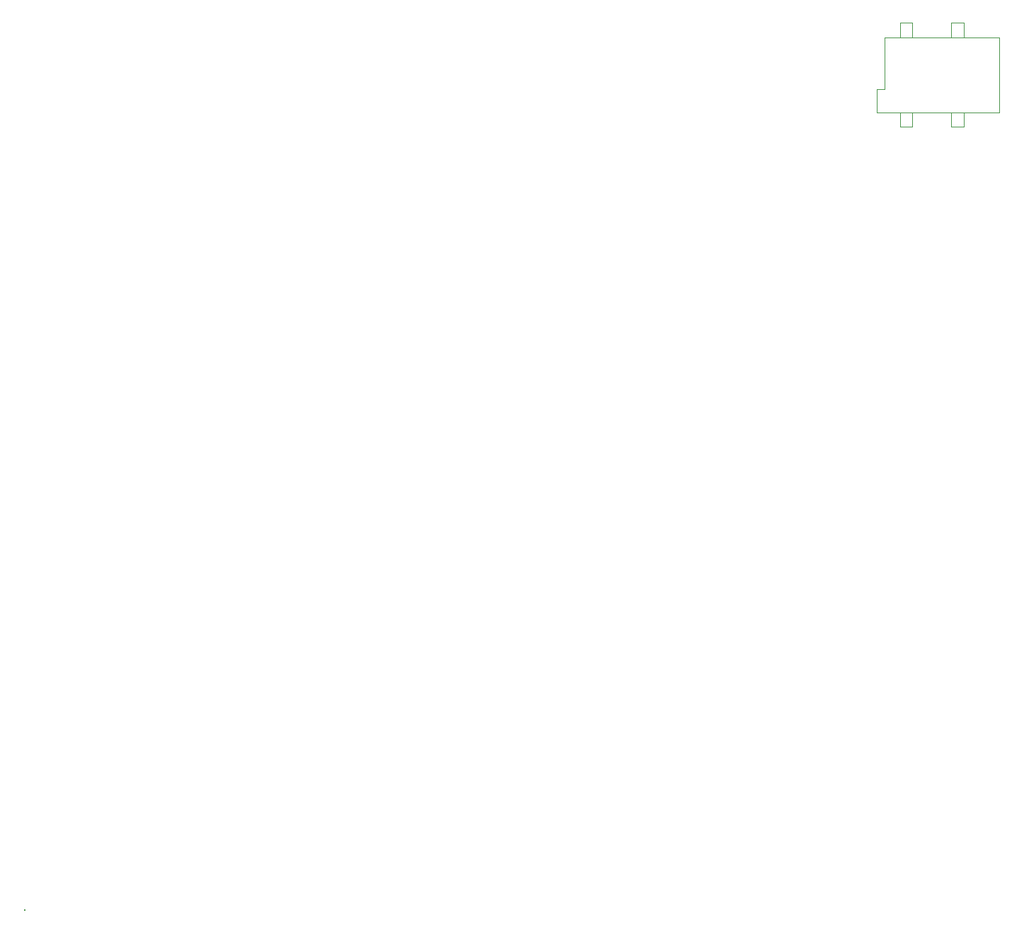
<source format=gbr>
%TF.GenerationSoftware,Altium Limited,Altium Designer,22.10.1 (41)*%
G04 Layer_Color=16711935*
%FSLAX25Y25*%
%MOIN*%
%TF.SameCoordinates,BEAA4B2D-68BC-4382-99D5-5DCEA874A810*%
%TF.FilePolarity,Positive*%
%TF.FileFunction,Other,Bottom_3D_Body*%
%TF.Part,Single*%
G01*
G75*
%TA.AperFunction,NonConductor*%
%ADD93C,0.00394*%
%ADD114C,0.00000*%
%TA.AperFunction,SMDPad,CuDef*%
%ADD115C,0.00000*%
%TA.AperFunction,NonConductor*%
%ADD117C,0.00000*%
%ADD131C,0.00000*%
%TA.AperFunction,SMDPad,CuDef*%
%ADD136C,0.00000*%
%ADD152C,0.00002*%
%ADD153C,0.00026*%
D93*
X267965Y237216D02*
X321902D01*
Y201783D02*
Y237216D01*
X264028Y201783D02*
Y212807D01*
X267965D01*
Y237216D01*
X264028Y201783D02*
X321902D01*
X275051Y237216D02*
Y244106D01*
X280957D01*
Y237216D02*
Y244106D01*
X305169Y237216D02*
Y244106D01*
X299264D02*
X305169D01*
X299264Y237216D02*
Y244106D01*
X305169Y194894D02*
Y201783D01*
X299264Y194894D02*
X305169D01*
X299264D02*
Y201783D01*
X280957Y194894D02*
Y201783D01*
X275051Y194894D02*
X280957D01*
X275051D02*
Y201783D01*
D114*
X-137073Y-173506D02*
X-137069D01*
X-137071Y-173508D02*
Y-173504D01*
X-137127Y-173524D02*
X-137115D01*
X-137127D02*
Y-173505D01*
X-137115D01*
Y-173524D02*
Y-173505D01*
X-137121Y-173516D02*
Y-173513D01*
X-137122Y-173514D02*
X-137119D01*
X-137102Y-173525D02*
X-137090D01*
X-137102D02*
Y-173505D01*
X-137090D01*
Y-173525D02*
Y-173505D01*
X-137096Y-173516D02*
Y-173514D01*
X-137097Y-173515D02*
X-137095D01*
X-137240Y-173564D02*
Y-173559D01*
Y-173564D02*
X-137229D01*
Y-173559D01*
X-137240D02*
X-137229D01*
X-137234Y-173564D02*
Y-173560D01*
X-137236Y-173562D02*
X-137232D01*
X-137229Y-173542D02*
Y-173537D01*
X-137240D02*
X-137229D01*
X-137240Y-173542D02*
Y-173537D01*
Y-173542D02*
X-137229D01*
X-137234Y-173541D02*
Y-173538D01*
X-137236Y-173539D02*
X-137232D01*
X-137322Y-173599D02*
X-137317D01*
X-137322Y-173609D02*
Y-173599D01*
Y-173609D02*
X-137317D01*
Y-173599D01*
X-137321Y-173604D02*
X-137318D01*
X-137319Y-173606D02*
Y-173602D01*
X-137236Y-173528D02*
X-137232D01*
X-137234Y-173530D02*
Y-173526D01*
X-137240Y-173530D02*
X-137229D01*
X-137240D02*
Y-173525D01*
X-137229D01*
Y-173530D02*
Y-173525D01*
Y-173536D02*
Y-173531D01*
X-137240D02*
X-137229D01*
X-137240Y-173536D02*
Y-173531D01*
Y-173536D02*
X-137229D01*
X-137234Y-173535D02*
Y-173531D01*
X-137236Y-173533D02*
X-137232D01*
X-137229Y-173585D02*
X-137224D01*
Y-173574D01*
X-137229D02*
X-137224D01*
X-137229Y-173585D02*
Y-173574D01*
X-137229Y-173580D02*
X-137225D01*
X-137227Y-173582D02*
Y-173578D01*
X-137232Y-173582D02*
Y-173578D01*
X-137234Y-173580D02*
X-137231D01*
X-137235Y-173585D02*
Y-173574D01*
X-137230D01*
Y-173585D02*
Y-173574D01*
X-137235Y-173585D02*
X-137230D01*
X-137302Y-173563D02*
X-137296D01*
Y-173553D01*
X-137302D02*
X-137296D01*
X-137302Y-173563D02*
Y-173553D01*
X-137301Y-173558D02*
X-137297D01*
X-137299Y-173560D02*
Y-173556D01*
X-137290Y-173563D02*
X-137285D01*
Y-173553D01*
X-137290D02*
X-137285D01*
X-137290Y-173563D02*
Y-173553D01*
X-137289Y-173558D02*
X-137285D01*
X-137287Y-173560D02*
Y-173556D01*
X-137296Y-173563D02*
X-137291D01*
Y-173553D01*
X-137296D02*
X-137291D01*
X-137296Y-173563D02*
Y-173553D01*
X-137295Y-173558D02*
X-137291D01*
X-137293Y-173560D02*
Y-173556D01*
X-137279Y-173522D02*
Y-173517D01*
X-137290D02*
X-137279D01*
X-137290Y-173522D02*
Y-173517D01*
Y-173522D02*
X-137279D01*
X-137285Y-173521D02*
Y-173517D01*
X-137287Y-173519D02*
X-137283D01*
X-137279Y-173516D02*
Y-173511D01*
X-137290D02*
X-137279D01*
X-137290Y-173516D02*
Y-173511D01*
Y-173516D02*
X-137279D01*
X-137285Y-173515D02*
Y-173511D01*
X-137287Y-173513D02*
X-137283D01*
X-137134Y-173506D02*
X-137128D01*
X-137134Y-173516D02*
Y-173506D01*
Y-173516D02*
X-137128D01*
Y-173506D01*
X-137133Y-173511D02*
X-137129D01*
X-137131Y-173513D02*
Y-173509D01*
X-137105Y-173513D02*
Y-173509D01*
X-137107Y-173511D02*
X-137103D01*
X-137103Y-173516D02*
Y-173506D01*
X-137108Y-173516D02*
X-137103D01*
X-137108D02*
Y-173506D01*
X-137103D01*
X-137131Y-173525D02*
Y-173521D01*
X-137133Y-173523D02*
X-137129D01*
X-137134Y-173528D02*
Y-173518D01*
X-137128D01*
Y-173528D02*
Y-173518D01*
X-137134Y-173528D02*
X-137128D01*
X-137137Y-173525D02*
Y-173521D01*
X-137139Y-173523D02*
X-137135D01*
X-137139Y-173528D02*
Y-173518D01*
X-137134D01*
Y-173528D02*
Y-173518D01*
X-137139Y-173528D02*
X-137134D01*
X-137133Y-173553D02*
X-137127D01*
Y-173542D01*
X-137133D02*
X-137127D01*
X-137133Y-173553D02*
Y-173542D01*
X-137132Y-173547D02*
X-137128D01*
X-137130Y-173549D02*
Y-173545D01*
X-137096Y-173716D02*
Y-173712D01*
X-137098Y-173714D02*
X-137094D01*
X-137093Y-173720D02*
Y-173709D01*
X-137099Y-173720D02*
X-137093D01*
X-137099D02*
Y-173709D01*
X-137093D01*
X-137153Y-173716D02*
Y-173712D01*
X-137155Y-173714D02*
X-137151D01*
X-137151Y-173719D02*
Y-173709D01*
X-137156Y-173719D02*
X-137151D01*
X-137156D02*
Y-173709D01*
X-137151D01*
X-137208Y-173716D02*
Y-173712D01*
X-137210Y-173714D02*
X-137206D01*
X-137206Y-173719D02*
Y-173709D01*
X-137211Y-173719D02*
X-137206D01*
X-137211D02*
Y-173709D01*
X-137206D01*
X-137263Y-173717D02*
Y-173713D01*
X-137265Y-173715D02*
X-137261D01*
X-137261Y-173720D02*
Y-173709D01*
X-137266Y-173720D02*
X-137261D01*
X-137266D02*
Y-173709D01*
X-137261D01*
X-137205Y-173749D02*
X-137200D01*
Y-173739D01*
X-137205D02*
X-137200D01*
X-137205Y-173749D02*
Y-173739D01*
X-137205Y-173744D02*
X-137201D01*
X-137203Y-173746D02*
Y-173742D01*
X-137148Y-173749D02*
X-137143D01*
Y-173739D01*
X-137148D02*
X-137143D01*
X-137148Y-173749D02*
Y-173739D01*
X-137147Y-173744D02*
X-137144D01*
X-137145Y-173746D02*
Y-173742D01*
X-137260Y-173750D02*
X-137255D01*
Y-173739D01*
X-137260D02*
X-137255D01*
X-137260Y-173750D02*
Y-173739D01*
X-137259Y-173745D02*
X-137256D01*
X-137258Y-173747D02*
Y-173743D01*
X-137316Y-173750D02*
X-137311D01*
Y-173740D01*
X-137316D02*
X-137311D01*
X-137316Y-173750D02*
Y-173740D01*
X-137315Y-173745D02*
X-137311D01*
X-137313Y-173747D02*
Y-173743D01*
X-137341Y-173528D02*
X-137336D01*
Y-173517D01*
X-137341D02*
X-137336D01*
X-137341Y-173528D02*
Y-173517D01*
X-137340Y-173523D02*
X-137336D01*
X-137338Y-173525D02*
Y-173521D01*
X-137340Y-173506D02*
X-137335D01*
X-137340Y-173517D02*
Y-173506D01*
Y-173517D02*
X-137335D01*
Y-173506D01*
X-137340Y-173511D02*
X-137336D01*
X-137338Y-173513D02*
Y-173509D01*
X-137328Y-173550D02*
X-137322D01*
Y-173539D01*
X-137328D02*
X-137322D01*
X-137328Y-173550D02*
Y-173539D01*
X-137327Y-173545D02*
X-137323D01*
X-137325Y-173547D02*
Y-173543D01*
Y-173558D02*
Y-173554D01*
X-137327Y-173556D02*
X-137323D01*
X-137328Y-173562D02*
Y-173551D01*
Y-173562D02*
X-137322D01*
Y-173551D01*
X-137328D02*
X-137322D01*
X-137112Y-173558D02*
Y-173553D01*
X-137123Y-173558D02*
X-137112D01*
X-137123D02*
Y-173553D01*
X-137112D01*
X-137118Y-173557D02*
Y-173553D01*
X-137120Y-173555D02*
X-137116D01*
X-137149Y-173574D02*
X-137144D01*
Y-173585D02*
Y-173574D01*
X-137149Y-173585D02*
X-137144D01*
X-137149D02*
Y-173574D01*
X-137149Y-173579D02*
X-137145D01*
X-137147Y-173581D02*
Y-173577D01*
X-137148Y-173626D02*
X-137143D01*
X-137148D02*
Y-173615D01*
X-137143D01*
Y-173626D02*
Y-173615D01*
X-137147Y-173621D02*
X-137143D01*
X-137145Y-173623D02*
Y-173619D01*
X-137303Y-173594D02*
Y-173566D01*
X-137317Y-173594D02*
Y-173566D01*
X-137303D01*
X-137317Y-173594D02*
X-137303D01*
X-137102Y-173541D02*
X-137074D01*
X-137102Y-173527D02*
X-137074D01*
X-137102Y-173541D02*
Y-173527D01*
X-137074Y-173541D02*
Y-173527D01*
X-137335Y-173534D02*
X-137312D01*
X-137335Y-173503D02*
X-137312D01*
X-137335Y-173534D02*
Y-173503D01*
X-137312Y-173534D02*
Y-173503D01*
X-137117Y-173638D02*
Y-173626D01*
X-137202D02*
X-137117D01*
X-137202Y-173638D02*
Y-173626D01*
Y-173638D02*
X-137117D01*
X-137162Y-173632D02*
X-137157D01*
X-137160Y-173634D02*
Y-173630D01*
X-137057Y-173821D02*
Y-173731D01*
X-137082Y-173821D02*
X-137057D01*
X-137082D02*
Y-173731D01*
X-137057D01*
X-137083Y-173637D02*
X-137058D01*
X-137083Y-173727D02*
Y-173637D01*
Y-173727D02*
X-137058D01*
Y-173637D01*
X-137303Y-173639D02*
Y-173614D01*
Y-173639D02*
X-137213D01*
Y-173614D01*
X-137303D02*
X-137213D01*
X-137108Y-173820D02*
Y-173796D01*
X-137198D02*
X-137108D01*
X-137198Y-173820D02*
Y-173796D01*
Y-173820D02*
X-137108D01*
X-137202Y-173640D02*
X-137111D01*
Y-173664D02*
Y-173640D01*
X-137202Y-173664D02*
X-137111D01*
X-137202D02*
Y-173640D01*
X-137303Y-173664D02*
Y-173640D01*
Y-173664D02*
X-137213D01*
Y-173640D01*
X-137303D02*
X-137213D01*
X-137358Y-173825D02*
X-137334D01*
Y-173735D01*
X-137358D02*
X-137334D01*
X-137358Y-173825D02*
Y-173735D01*
Y-173731D02*
Y-173640D01*
X-137334D01*
Y-173731D02*
Y-173640D01*
X-137358Y-173731D02*
X-137334D01*
X-137174Y-173607D02*
Y-173603D01*
X-137177Y-173605D02*
X-137172D01*
X-137202Y-173599D02*
X-137147D01*
Y-173611D02*
Y-173599D01*
X-137202Y-173611D02*
X-137147D01*
X-137202D02*
Y-173599D01*
X-137254Y-173585D02*
X-137249D01*
X-137254Y-173575D02*
X-137249D01*
X-137254Y-173585D02*
Y-173575D01*
X-137249Y-173585D02*
Y-173575D01*
X-137323Y-173609D02*
Y-173599D01*
X-137329Y-173609D02*
Y-173599D01*
X-137323D01*
X-137329Y-173609D02*
X-137323D01*
X-137080Y-173546D02*
X-137074D01*
X-137080Y-173556D02*
X-137074D01*
Y-173546D01*
X-137080Y-173556D02*
Y-173546D01*
X-137073Y-173546D02*
X-137067D01*
X-137073Y-173555D02*
X-137067D01*
Y-173546D01*
X-137073Y-173555D02*
Y-173546D01*
X-137229Y-173515D02*
Y-173510D01*
X-137239Y-173515D02*
Y-173510D01*
Y-173515D02*
X-137229D01*
X-137239Y-173510D02*
X-137229D01*
X-137239Y-173523D02*
Y-173518D01*
X-137229Y-173523D02*
Y-173518D01*
X-137239D02*
X-137229D01*
X-137239Y-173523D02*
X-137229D01*
X-137140Y-173516D02*
X-137135D01*
X-137140Y-173506D02*
X-137135D01*
X-137140Y-173516D02*
Y-173506D01*
X-137135Y-173516D02*
Y-173506D01*
X-137109Y-173516D02*
Y-173506D01*
X-137114Y-173516D02*
Y-173506D01*
X-137109D01*
X-137114Y-173516D02*
X-137109D01*
X-137103Y-173536D02*
Y-173530D01*
X-137113Y-173536D02*
Y-173530D01*
Y-173536D02*
X-137103D01*
X-137113Y-173530D02*
X-137103D01*
X-137113Y-173529D02*
X-137103D01*
X-137113Y-173523D02*
X-137103D01*
Y-173529D02*
Y-173523D01*
X-137113Y-173529D02*
Y-173523D01*
X-137288Y-173585D02*
Y-173575D01*
X-137293Y-173585D02*
Y-173575D01*
X-137288D01*
X-137293Y-173585D02*
X-137288D01*
X-137144Y-173783D02*
Y-173773D01*
X-137139Y-173783D02*
Y-173773D01*
X-137144Y-173783D02*
X-137139D01*
X-137144Y-173773D02*
X-137139D01*
X-137096Y-173685D02*
Y-173675D01*
X-137101Y-173685D02*
Y-173675D01*
X-137096D01*
X-137101Y-173685D02*
X-137096D01*
X-137138Y-173783D02*
Y-173773D01*
X-137133Y-173783D02*
Y-173773D01*
X-137138Y-173783D02*
X-137133D01*
X-137138Y-173773D02*
X-137133D01*
X-137102Y-173685D02*
Y-173675D01*
X-137107Y-173685D02*
Y-173675D01*
X-137102D01*
X-137107Y-173685D02*
X-137102D01*
X-137132Y-173783D02*
Y-173773D01*
X-137127Y-173783D02*
Y-173773D01*
X-137132Y-173783D02*
X-137127D01*
X-137132Y-173773D02*
X-137127D01*
X-137108Y-173685D02*
Y-173675D01*
X-137114Y-173685D02*
Y-173675D01*
X-137108D01*
X-137114Y-173685D02*
X-137108D01*
X-137126Y-173783D02*
Y-173773D01*
X-137121Y-173783D02*
Y-173773D01*
X-137126Y-173783D02*
X-137121D01*
X-137126Y-173773D02*
X-137121D01*
X-137114Y-173685D02*
Y-173675D01*
X-137120Y-173685D02*
Y-173675D01*
X-137114D01*
X-137120Y-173685D02*
X-137114D01*
X-137120Y-173783D02*
Y-173773D01*
X-137115Y-173783D02*
Y-173773D01*
X-137120Y-173783D02*
X-137115D01*
X-137120Y-173773D02*
X-137115D01*
X-137120Y-173685D02*
Y-173675D01*
X-137126Y-173685D02*
Y-173675D01*
X-137120D01*
X-137126Y-173685D02*
X-137120D01*
X-137114Y-173783D02*
Y-173773D01*
X-137109Y-173783D02*
Y-173773D01*
X-137114Y-173783D02*
X-137109D01*
X-137114Y-173773D02*
X-137109D01*
X-137127Y-173685D02*
Y-173675D01*
X-137132Y-173685D02*
Y-173675D01*
X-137127D01*
X-137132Y-173685D02*
X-137127D01*
X-137108Y-173783D02*
Y-173773D01*
X-137103Y-173783D02*
Y-173773D01*
X-137108Y-173783D02*
X-137103D01*
X-137108Y-173773D02*
X-137103D01*
X-137133Y-173685D02*
Y-173675D01*
X-137138Y-173685D02*
Y-173675D01*
X-137133D01*
X-137138Y-173685D02*
X-137133D01*
X-137102Y-173783D02*
Y-173773D01*
X-137097Y-173783D02*
Y-173773D01*
X-137102Y-173783D02*
X-137097D01*
X-137102Y-173773D02*
X-137097D01*
X-137139Y-173685D02*
Y-173675D01*
X-137144Y-173685D02*
Y-173675D01*
X-137139D01*
X-137144Y-173685D02*
X-137139D01*
X-137281Y-173585D02*
Y-173575D01*
X-137287Y-173585D02*
Y-173575D01*
X-137281D01*
X-137287Y-173585D02*
X-137281D01*
X-137201Y-173783D02*
Y-173773D01*
X-137196Y-173783D02*
Y-173773D01*
X-137201Y-173783D02*
X-137196D01*
X-137201Y-173773D02*
X-137196D01*
X-137154Y-173685D02*
Y-173675D01*
X-137159Y-173685D02*
Y-173675D01*
X-137154D01*
X-137159Y-173685D02*
X-137154D01*
X-137275Y-173585D02*
Y-173575D01*
X-137280Y-173585D02*
Y-173575D01*
X-137275D01*
X-137280Y-173585D02*
X-137275D01*
X-137195Y-173783D02*
Y-173773D01*
X-137189Y-173783D02*
Y-173773D01*
X-137195Y-173783D02*
X-137189D01*
X-137195Y-173773D02*
X-137189D01*
X-137160Y-173685D02*
Y-173675D01*
X-137165Y-173685D02*
Y-173675D01*
X-137160D01*
X-137165Y-173685D02*
X-137160D01*
X-137189Y-173783D02*
Y-173773D01*
X-137183Y-173783D02*
Y-173773D01*
X-137189Y-173783D02*
X-137183D01*
X-137189Y-173773D02*
X-137183D01*
X-137166Y-173685D02*
Y-173675D01*
X-137171Y-173685D02*
Y-173675D01*
X-137166D01*
X-137171Y-173685D02*
X-137166D01*
X-137183Y-173783D02*
Y-173773D01*
X-137177Y-173783D02*
Y-173773D01*
X-137183Y-173783D02*
X-137177D01*
X-137183Y-173773D02*
X-137177D01*
X-137172Y-173685D02*
Y-173675D01*
X-137177Y-173685D02*
Y-173675D01*
X-137172D01*
X-137177Y-173685D02*
X-137172D01*
X-137177Y-173783D02*
Y-173773D01*
X-137171Y-173783D02*
Y-173773D01*
X-137177Y-173783D02*
X-137171D01*
X-137177Y-173773D02*
X-137171D01*
X-137178Y-173685D02*
Y-173675D01*
X-137183Y-173685D02*
Y-173675D01*
X-137178D01*
X-137183Y-173685D02*
X-137178D01*
X-137171Y-173783D02*
Y-173773D01*
X-137165Y-173783D02*
Y-173773D01*
X-137171Y-173783D02*
X-137165D01*
X-137171Y-173773D02*
X-137165D01*
X-137183Y-173685D02*
Y-173675D01*
X-137189Y-173685D02*
Y-173675D01*
X-137183D01*
X-137189Y-173685D02*
X-137183D01*
X-137165Y-173783D02*
Y-173773D01*
X-137159Y-173783D02*
Y-173773D01*
X-137165Y-173783D02*
X-137159D01*
X-137165Y-173773D02*
X-137159D01*
X-137189Y-173685D02*
Y-173675D01*
X-137195Y-173685D02*
Y-173675D01*
X-137189D01*
X-137195Y-173685D02*
X-137189D01*
X-137159Y-173783D02*
Y-173773D01*
X-137153Y-173783D02*
Y-173773D01*
X-137159Y-173783D02*
X-137153D01*
X-137159Y-173773D02*
X-137153D01*
X-137195Y-173685D02*
Y-173675D01*
X-137201Y-173685D02*
Y-173675D01*
X-137195D01*
X-137201Y-173685D02*
X-137195D01*
X-137268Y-173585D02*
Y-173575D01*
X-137274Y-173585D02*
Y-173575D01*
X-137268D01*
X-137274Y-173585D02*
X-137268D01*
X-137257Y-173783D02*
Y-173773D01*
X-137251Y-173783D02*
Y-173773D01*
X-137257Y-173783D02*
X-137251D01*
X-137257Y-173773D02*
X-137251D01*
X-137208Y-173685D02*
Y-173675D01*
X-137214Y-173685D02*
Y-173675D01*
X-137208D01*
X-137214Y-173685D02*
X-137208D01*
X-137250Y-173783D02*
Y-173773D01*
X-137245Y-173783D02*
Y-173773D01*
X-137250Y-173783D02*
X-137245D01*
X-137250Y-173773D02*
X-137245D01*
X-137214Y-173685D02*
Y-173675D01*
X-137220Y-173685D02*
Y-173675D01*
X-137214D01*
X-137220Y-173685D02*
X-137214D01*
X-137262Y-173585D02*
Y-173575D01*
X-137267Y-173585D02*
Y-173575D01*
X-137262D01*
X-137267Y-173585D02*
X-137262D01*
X-137244Y-173783D02*
Y-173773D01*
X-137239Y-173783D02*
Y-173773D01*
X-137244Y-173783D02*
X-137239D01*
X-137244Y-173773D02*
X-137239D01*
X-137220Y-173685D02*
Y-173675D01*
X-137226Y-173685D02*
Y-173675D01*
X-137220D01*
X-137226Y-173685D02*
X-137220D01*
X-137239Y-173783D02*
Y-173773D01*
X-137233Y-173783D02*
Y-173773D01*
X-137239Y-173783D02*
X-137233D01*
X-137239Y-173773D02*
X-137233D01*
X-137226Y-173685D02*
Y-173675D01*
X-137232Y-173685D02*
Y-173675D01*
X-137226D01*
X-137232Y-173685D02*
X-137226D01*
X-137232Y-173783D02*
Y-173773D01*
X-137227Y-173783D02*
Y-173773D01*
X-137232Y-173783D02*
X-137227D01*
X-137232Y-173773D02*
X-137227D01*
X-137233Y-173685D02*
Y-173675D01*
X-137238Y-173685D02*
Y-173675D01*
X-137233D01*
X-137238Y-173685D02*
X-137233D01*
X-137226Y-173783D02*
Y-173773D01*
X-137221Y-173783D02*
Y-173773D01*
X-137226Y-173783D02*
X-137221D01*
X-137226Y-173773D02*
X-137221D01*
X-137239Y-173685D02*
Y-173675D01*
X-137244Y-173685D02*
Y-173675D01*
X-137239D01*
X-137244Y-173685D02*
X-137239D01*
X-137221Y-173783D02*
Y-173773D01*
X-137215Y-173783D02*
Y-173773D01*
X-137221Y-173783D02*
X-137215D01*
X-137221Y-173773D02*
X-137215D01*
X-137245Y-173685D02*
Y-173675D01*
X-137250Y-173685D02*
Y-173675D01*
X-137245D01*
X-137250Y-173685D02*
X-137245D01*
X-137215Y-173783D02*
Y-173773D01*
X-137209Y-173783D02*
Y-173773D01*
X-137215Y-173783D02*
X-137209D01*
X-137215Y-173773D02*
X-137209D01*
X-137251Y-173685D02*
Y-173675D01*
X-137257Y-173685D02*
Y-173675D01*
X-137251D01*
X-137257Y-173685D02*
X-137251D01*
X-137255Y-173585D02*
Y-173575D01*
X-137261Y-173585D02*
Y-173575D01*
X-137255D01*
X-137261Y-173585D02*
X-137255D01*
X-137312Y-173784D02*
Y-173774D01*
X-137306Y-173784D02*
Y-173774D01*
X-137312Y-173784D02*
X-137306D01*
X-137312Y-173774D02*
X-137306D01*
X-137265Y-173685D02*
Y-173675D01*
X-137270Y-173685D02*
Y-173675D01*
X-137265D01*
X-137270Y-173685D02*
X-137265D01*
X-137306Y-173784D02*
Y-173774D01*
X-137300Y-173784D02*
Y-173774D01*
X-137306Y-173784D02*
X-137300D01*
X-137306Y-173774D02*
X-137300D01*
X-137270Y-173685D02*
Y-173675D01*
X-137276Y-173685D02*
Y-173675D01*
X-137270D01*
X-137276Y-173685D02*
X-137270D01*
X-137300Y-173784D02*
Y-173774D01*
X-137294Y-173784D02*
Y-173774D01*
X-137300Y-173784D02*
X-137294D01*
X-137300Y-173774D02*
X-137294D01*
X-137277Y-173685D02*
Y-173675D01*
X-137282Y-173685D02*
Y-173675D01*
X-137277D01*
X-137282Y-173685D02*
X-137277D01*
X-137248Y-173585D02*
X-137242D01*
X-137248Y-173575D02*
X-137242D01*
X-137248Y-173585D02*
Y-173575D01*
X-137242Y-173585D02*
Y-173575D01*
X-137294Y-173784D02*
Y-173774D01*
X-137288Y-173784D02*
Y-173774D01*
X-137294Y-173784D02*
X-137288D01*
X-137294Y-173774D02*
X-137288D01*
X-137283Y-173685D02*
Y-173675D01*
X-137288Y-173685D02*
Y-173675D01*
X-137283D01*
X-137288Y-173685D02*
X-137283D01*
X-137287Y-173784D02*
Y-173774D01*
X-137282Y-173784D02*
Y-173774D01*
X-137287Y-173784D02*
X-137282D01*
X-137287Y-173774D02*
X-137282D01*
X-137289Y-173685D02*
Y-173675D01*
X-137294Y-173685D02*
Y-173675D01*
X-137289D01*
X-137294Y-173685D02*
X-137289D01*
X-137281Y-173784D02*
Y-173774D01*
X-137276Y-173784D02*
Y-173774D01*
X-137281Y-173784D02*
X-137276D01*
X-137281Y-173774D02*
X-137276D01*
X-137295Y-173685D02*
Y-173675D01*
X-137300Y-173685D02*
Y-173675D01*
X-137295D01*
X-137300Y-173685D02*
X-137295D01*
X-137275Y-173784D02*
Y-173774D01*
X-137270Y-173784D02*
Y-173774D01*
X-137275Y-173784D02*
X-137270D01*
X-137275Y-173774D02*
X-137270D01*
X-137306Y-173685D02*
X-137301D01*
X-137306Y-173675D02*
X-137301D01*
X-137306Y-173685D02*
Y-173675D01*
X-137301Y-173685D02*
Y-173675D01*
X-137269Y-173784D02*
Y-173774D01*
X-137264Y-173784D02*
Y-173774D01*
X-137269Y-173784D02*
X-137264D01*
X-137269Y-173774D02*
X-137264D01*
X-137307Y-173685D02*
Y-173675D01*
X-137312Y-173685D02*
Y-173675D01*
X-137307D01*
X-137312Y-173685D02*
X-137307D01*
X-137236Y-173585D02*
Y-173575D01*
X-137241Y-173585D02*
Y-173575D01*
X-137236D01*
X-137241Y-173585D02*
X-137236D01*
X-137340Y-173549D02*
X-137335D01*
X-137340Y-173539D02*
X-137335D01*
X-137340Y-173549D02*
Y-173539D01*
X-137335Y-173549D02*
Y-173539D01*
X-137334Y-173549D02*
X-137328D01*
X-137334Y-173539D02*
X-137328D01*
X-137334Y-173549D02*
Y-173539D01*
X-137328Y-173549D02*
Y-173539D01*
X-137341Y-173552D02*
X-137335D01*
X-137341Y-173561D02*
X-137335D01*
X-137341D02*
Y-173552D01*
X-137335Y-173561D02*
Y-173552D01*
X-137319Y-173561D02*
X-137314D01*
X-137319Y-173552D02*
X-137314D01*
Y-173561D02*
Y-173552D01*
X-137319Y-173561D02*
Y-173552D01*
X-137334Y-173561D02*
X-137328D01*
X-137334Y-173552D02*
X-137328D01*
Y-173561D02*
Y-173552D01*
X-137334Y-173561D02*
Y-173552D01*
X-137072Y-173601D02*
Y-173591D01*
X-137067Y-173601D02*
Y-173591D01*
X-137072Y-173601D02*
X-137067D01*
X-137072Y-173591D02*
X-137067D01*
X-137081Y-173601D02*
Y-173591D01*
X-137075Y-173601D02*
Y-173591D01*
X-137081Y-173601D02*
X-137075D01*
X-137081Y-173591D02*
X-137075D01*
X-137243Y-173565D02*
Y-173524D01*
X-137284Y-173565D02*
Y-173524D01*
Y-173565D02*
X-137243D01*
X-137284Y-173524D02*
X-137243D01*
X-137127Y-173570D02*
Y-173541D01*
X-137085D01*
Y-173570D02*
Y-173541D01*
X-137127Y-173570D02*
X-137085D01*
X-137082Y-173529D02*
X-137065D01*
Y-173542D02*
Y-173529D01*
X-137082Y-173542D02*
X-137065D01*
X-137082D02*
Y-173529D01*
X-137141Y-173767D02*
X-137100D01*
X-137141Y-173737D02*
X-137100D01*
X-137141Y-173767D02*
Y-173737D01*
X-137100Y-173767D02*
Y-173737D01*
X-137141Y-173722D02*
Y-173692D01*
X-137100Y-173722D02*
Y-173692D01*
X-137141Y-173722D02*
X-137100D01*
X-137141Y-173692D02*
X-137100D01*
X-137198Y-173767D02*
X-137157D01*
X-137198Y-173737D02*
X-137157D01*
X-137198Y-173767D02*
Y-173737D01*
X-137157Y-173767D02*
Y-173737D01*
X-137198Y-173692D02*
X-137157D01*
X-137198Y-173722D02*
X-137157D01*
Y-173692D01*
X-137198Y-173722D02*
Y-173692D01*
X-137253Y-173767D02*
X-137212D01*
X-137253Y-173737D02*
X-137212D01*
X-137253Y-173767D02*
Y-173737D01*
X-137212Y-173767D02*
Y-173737D01*
X-137253Y-173692D02*
X-137212D01*
X-137253Y-173722D02*
X-137212D01*
Y-173692D01*
X-137253Y-173722D02*
Y-173692D01*
X-137268Y-173768D02*
Y-173738D01*
X-137309Y-173768D02*
Y-173738D01*
X-137268D01*
X-137309Y-173768D02*
X-137268D01*
X-137309Y-173692D02*
X-137268D01*
X-137309Y-173722D02*
X-137268D01*
Y-173692D01*
X-137309Y-173722D02*
Y-173692D01*
X-137316Y-173547D02*
Y-173517D01*
X-137338Y-173547D02*
Y-173517D01*
Y-173547D02*
X-137316D01*
X-137338Y-173517D02*
X-137316D01*
X-137134Y-173568D02*
X-137100D01*
X-137134Y-173596D02*
X-137100D01*
Y-173568D01*
X-137134Y-173596D02*
Y-173568D01*
Y-173625D02*
Y-173597D01*
X-137100Y-173625D02*
Y-173597D01*
X-137134Y-173625D02*
X-137100D01*
X-137134Y-173597D02*
X-137100D01*
X-137236Y-173551D02*
X-137232D01*
X-137234Y-173553D02*
Y-173549D01*
X-137240Y-173558D02*
Y-173543D01*
X-137228D01*
Y-173558D02*
Y-173543D01*
X-137240Y-173558D02*
X-137228D01*
X-137273Y-173520D02*
X-137269D01*
X-137271Y-173521D02*
Y-173518D01*
X-137277Y-173522D02*
X-137266D01*
X-137277D02*
Y-173517D01*
X-137266D01*
Y-173522D02*
Y-173517D01*
Y-173516D02*
Y-173511D01*
X-137277D02*
X-137266D01*
X-137277Y-173516D02*
Y-173511D01*
Y-173516D02*
X-137266D01*
X-137271Y-173515D02*
Y-173512D01*
X-137273Y-173513D02*
X-137269D01*
X-137313Y-173550D02*
X-137308D01*
Y-173539D01*
X-137313D02*
X-137308D01*
X-137313Y-173550D02*
Y-173539D01*
X-137312Y-173545D02*
X-137308D01*
X-137310Y-173547D02*
Y-173543D01*
X-137319Y-173550D02*
X-137313D01*
Y-173539D01*
X-137319D02*
X-137313D01*
X-137319Y-173550D02*
Y-173539D01*
X-137318Y-173545D02*
X-137314D01*
X-137316Y-173547D02*
Y-173543D01*
X-137344Y-173513D02*
Y-173509D01*
X-137346Y-173511D02*
X-137342D01*
X-137346Y-173517D02*
Y-173506D01*
X-137341D01*
Y-173517D02*
Y-173506D01*
X-137346Y-173517D02*
X-137341D01*
X-137344Y-173525D02*
Y-173521D01*
X-137346Y-173523D02*
X-137342D01*
X-137341Y-173528D02*
Y-173517D01*
X-137346Y-173528D02*
X-137341D01*
X-137346D02*
Y-173517D01*
X-137341D01*
X-137133Y-173555D02*
X-137129D01*
X-137131Y-173557D02*
Y-173553D01*
X-137136Y-173553D02*
X-137125D01*
X-137136Y-173558D02*
Y-173553D01*
Y-173558D02*
X-137125D01*
Y-173553D01*
X-137139Y-173558D02*
Y-173553D01*
X-137149Y-173558D02*
Y-173553D01*
X-137139D01*
X-137149Y-173558D02*
X-137139D01*
X-137152Y-173537D02*
X-137109D01*
X-137152Y-173553D02*
Y-173537D01*
Y-173553D02*
X-137109D01*
Y-173537D01*
X-137300Y-173820D02*
X-137209D01*
X-137300D02*
Y-173796D01*
X-137209D01*
Y-173820D02*
Y-173796D01*
D115*
X-137074Y-173557D02*
D03*
X-137081D02*
D03*
X-137074Y-173573D02*
D03*
X-137081D02*
D03*
X-137074Y-173557D02*
D03*
Y-173573D02*
D03*
X-137081Y-173557D02*
D03*
Y-173573D02*
D03*
X-137078Y-173563D02*
D03*
Y-173567D02*
D03*
X-137076Y-173565D02*
D03*
X-137080D02*
D03*
X-137308Y-173580D02*
D03*
X-137312D02*
D03*
X-137310Y-173578D02*
D03*
Y-173582D02*
D03*
X-137088Y-173532D02*
D03*
Y-173536D02*
D03*
X-137086Y-173534D02*
D03*
X-137090D02*
D03*
X-137067Y-173583D02*
D03*
X-137072D02*
D03*
X-137069Y-173581D02*
D03*
Y-173585D02*
D03*
X-137066Y-173575D02*
D03*
Y-173590D02*
D03*
X-137073Y-173575D02*
D03*
Y-173590D02*
D03*
X-137066Y-173575D02*
D03*
X-137073D02*
D03*
X-137066Y-173590D02*
D03*
X-137073D02*
D03*
X-137076Y-173583D02*
D03*
X-137080D02*
D03*
X-137078Y-173581D02*
D03*
Y-173585D02*
D03*
X-137074Y-173575D02*
D03*
Y-173590D02*
D03*
X-137081Y-173575D02*
D03*
Y-173590D02*
D03*
X-137074Y-173575D02*
D03*
X-137081D02*
D03*
X-137074Y-173590D02*
D03*
X-137081D02*
D03*
X-137324Y-173517D02*
D03*
Y-173521D02*
D03*
X-137322Y-173519D02*
D03*
X-137326D02*
D03*
X-137251Y-173578D02*
D03*
Y-173581D02*
D03*
X-137250Y-173580D02*
D03*
X-137253D02*
D03*
X-137324Y-173604D02*
D03*
X-137328D02*
D03*
X-137326Y-173602D02*
D03*
Y-173606D02*
D03*
X-137077Y-173549D02*
D03*
Y-173552D02*
D03*
X-137075Y-173551D02*
D03*
X-137079D02*
D03*
X-137070Y-173549D02*
D03*
Y-173552D02*
D03*
X-137068Y-173550D02*
D03*
X-137072D02*
D03*
X-137232Y-173513D02*
D03*
X-137236D02*
D03*
X-137234Y-173511D02*
D03*
Y-173514D02*
D03*
X-137232Y-173521D02*
D03*
X-137236D02*
D03*
X-137234Y-173519D02*
D03*
Y-173522D02*
D03*
X-137137Y-173509D02*
D03*
Y-173512D02*
D03*
X-137136Y-173511D02*
D03*
X-137139D02*
D03*
X-137110D02*
D03*
X-137113D02*
D03*
X-137111Y-173509D02*
D03*
Y-173512D02*
D03*
X-137106Y-173533D02*
D03*
X-137109D02*
D03*
X-137108Y-173531D02*
D03*
Y-173535D02*
D03*
X-137108Y-173524D02*
D03*
Y-173528D02*
D03*
X-137106Y-173526D02*
D03*
X-137109D02*
D03*
X-137289Y-173580D02*
D03*
X-137292D02*
D03*
X-137291Y-173578D02*
D03*
Y-173581D02*
D03*
X-137140Y-173778D02*
D03*
X-137144D02*
D03*
X-137142Y-173777D02*
D03*
Y-173780D02*
D03*
X-137097Y-173680D02*
D03*
X-137100D02*
D03*
X-137099Y-173679D02*
D03*
Y-173682D02*
D03*
X-137134Y-173778D02*
D03*
X-137137D02*
D03*
X-137136Y-173777D02*
D03*
Y-173780D02*
D03*
X-137103Y-173680D02*
D03*
X-137106D02*
D03*
X-137105Y-173679D02*
D03*
Y-173682D02*
D03*
X-137128Y-173778D02*
D03*
X-137131D02*
D03*
X-137130Y-173777D02*
D03*
Y-173780D02*
D03*
X-137109Y-173680D02*
D03*
X-137113D02*
D03*
X-137111Y-173679D02*
D03*
Y-173682D02*
D03*
X-137122Y-173778D02*
D03*
X-137125D02*
D03*
X-137124Y-173777D02*
D03*
Y-173780D02*
D03*
X-137115Y-173680D02*
D03*
X-137119D02*
D03*
X-137117Y-173679D02*
D03*
Y-173682D02*
D03*
X-137116Y-173778D02*
D03*
X-137119D02*
D03*
X-137118Y-173777D02*
D03*
Y-173780D02*
D03*
X-137121Y-173680D02*
D03*
X-137125D02*
D03*
X-137123Y-173679D02*
D03*
Y-173682D02*
D03*
X-137110Y-173778D02*
D03*
X-137113D02*
D03*
X-137111Y-173777D02*
D03*
Y-173780D02*
D03*
X-137127Y-173680D02*
D03*
X-137131D02*
D03*
X-137129Y-173679D02*
D03*
Y-173682D02*
D03*
X-137103Y-173778D02*
D03*
X-137107D02*
D03*
X-137105Y-173777D02*
D03*
Y-173780D02*
D03*
X-137134Y-173680D02*
D03*
X-137137D02*
D03*
X-137135Y-173679D02*
D03*
Y-173682D02*
D03*
X-137098Y-173778D02*
D03*
X-137101D02*
D03*
X-137099Y-173777D02*
D03*
Y-173780D02*
D03*
X-137140Y-173680D02*
D03*
X-137143D02*
D03*
X-137142Y-173679D02*
D03*
Y-173682D02*
D03*
X-137282Y-173580D02*
D03*
X-137286D02*
D03*
X-137284Y-173578D02*
D03*
Y-173581D02*
D03*
X-137197Y-173778D02*
D03*
X-137200D02*
D03*
X-137198Y-173777D02*
D03*
Y-173780D02*
D03*
X-137155Y-173680D02*
D03*
X-137158D02*
D03*
X-137157Y-173679D02*
D03*
Y-173682D02*
D03*
X-137276Y-173580D02*
D03*
X-137279D02*
D03*
X-137277Y-173578D02*
D03*
Y-173581D02*
D03*
X-137190Y-173778D02*
D03*
X-137194D02*
D03*
X-137192Y-173777D02*
D03*
Y-173780D02*
D03*
X-137161Y-173680D02*
D03*
X-137164D02*
D03*
X-137162Y-173679D02*
D03*
Y-173682D02*
D03*
X-137184Y-173778D02*
D03*
X-137188D02*
D03*
X-137186Y-173777D02*
D03*
Y-173780D02*
D03*
X-137167Y-173680D02*
D03*
X-137170D02*
D03*
X-137168Y-173679D02*
D03*
Y-173682D02*
D03*
X-137178Y-173778D02*
D03*
X-137182D02*
D03*
X-137180Y-173777D02*
D03*
Y-173780D02*
D03*
X-137173Y-173680D02*
D03*
X-137176D02*
D03*
X-137174Y-173679D02*
D03*
Y-173682D02*
D03*
X-137172Y-173778D02*
D03*
X-137176D02*
D03*
X-137174Y-173777D02*
D03*
Y-173780D02*
D03*
X-137179Y-173680D02*
D03*
X-137182D02*
D03*
X-137180Y-173679D02*
D03*
Y-173682D02*
D03*
X-137166Y-173778D02*
D03*
X-137170D02*
D03*
X-137168Y-173777D02*
D03*
Y-173780D02*
D03*
X-137184Y-173680D02*
D03*
X-137188D02*
D03*
X-137186Y-173679D02*
D03*
Y-173682D02*
D03*
X-137160Y-173778D02*
D03*
X-137164D02*
D03*
X-137162Y-173777D02*
D03*
Y-173780D02*
D03*
X-137190Y-173680D02*
D03*
X-137194D02*
D03*
X-137192Y-173679D02*
D03*
Y-173682D02*
D03*
X-137154Y-173778D02*
D03*
X-137157D02*
D03*
X-137156Y-173777D02*
D03*
Y-173780D02*
D03*
X-137196Y-173680D02*
D03*
X-137200D02*
D03*
X-137198Y-173679D02*
D03*
Y-173682D02*
D03*
X-137269Y-173580D02*
D03*
X-137273D02*
D03*
X-137271Y-173578D02*
D03*
Y-173581D02*
D03*
X-137252Y-173778D02*
D03*
X-137256D02*
D03*
X-137254Y-173777D02*
D03*
Y-173780D02*
D03*
X-137209Y-173680D02*
D03*
X-137213D02*
D03*
X-137211Y-173679D02*
D03*
Y-173682D02*
D03*
X-137246Y-173778D02*
D03*
X-137250D02*
D03*
X-137248Y-173777D02*
D03*
Y-173780D02*
D03*
X-137215Y-173680D02*
D03*
X-137219D02*
D03*
X-137217Y-173679D02*
D03*
Y-173682D02*
D03*
X-137263Y-173580D02*
D03*
X-137266D02*
D03*
X-137265Y-173578D02*
D03*
Y-173581D02*
D03*
X-137240Y-173778D02*
D03*
X-137243D02*
D03*
X-137242Y-173777D02*
D03*
Y-173780D02*
D03*
X-137221Y-173680D02*
D03*
X-137225D02*
D03*
X-137223Y-173679D02*
D03*
Y-173682D02*
D03*
X-137234Y-173778D02*
D03*
X-137238D02*
D03*
X-137236Y-173777D02*
D03*
Y-173780D02*
D03*
X-137227Y-173680D02*
D03*
X-137231D02*
D03*
X-137229Y-173679D02*
D03*
Y-173682D02*
D03*
X-137228Y-173778D02*
D03*
X-137232D02*
D03*
X-137230Y-173777D02*
D03*
Y-173780D02*
D03*
X-137233Y-173680D02*
D03*
X-137237D02*
D03*
X-137235Y-173679D02*
D03*
Y-173682D02*
D03*
X-137222Y-173778D02*
D03*
X-137225D02*
D03*
X-137224Y-173777D02*
D03*
Y-173780D02*
D03*
X-137240Y-173680D02*
D03*
X-137243D02*
D03*
X-137241Y-173679D02*
D03*
Y-173682D02*
D03*
X-137216Y-173778D02*
D03*
X-137220D02*
D03*
X-137218Y-173777D02*
D03*
Y-173780D02*
D03*
X-137246Y-173680D02*
D03*
X-137249D02*
D03*
X-137248Y-173679D02*
D03*
Y-173682D02*
D03*
X-137210Y-173778D02*
D03*
X-137214D02*
D03*
X-137212Y-173777D02*
D03*
Y-173780D02*
D03*
X-137252Y-173680D02*
D03*
X-137256D02*
D03*
X-137254Y-173679D02*
D03*
Y-173682D02*
D03*
X-137256Y-173580D02*
D03*
X-137260D02*
D03*
X-137258Y-173578D02*
D03*
Y-173581D02*
D03*
X-137308Y-173779D02*
D03*
X-137311D02*
D03*
X-137309Y-173777D02*
D03*
Y-173781D02*
D03*
X-137265Y-173680D02*
D03*
X-137269D02*
D03*
X-137267Y-173679D02*
D03*
Y-173682D02*
D03*
X-137301Y-173779D02*
D03*
X-137305D02*
D03*
X-137303Y-173777D02*
D03*
Y-173781D02*
D03*
X-137271Y-173680D02*
D03*
X-137275D02*
D03*
X-137273Y-173679D02*
D03*
Y-173682D02*
D03*
X-137295Y-173779D02*
D03*
X-137299D02*
D03*
X-137297Y-173777D02*
D03*
Y-173781D02*
D03*
X-137278Y-173680D02*
D03*
X-137281D02*
D03*
X-137279Y-173679D02*
D03*
Y-173682D02*
D03*
X-137245Y-173578D02*
D03*
Y-173581D02*
D03*
X-137243Y-173580D02*
D03*
X-137247D02*
D03*
X-137289Y-173779D02*
D03*
X-137293D02*
D03*
X-137291Y-173777D02*
D03*
Y-173781D02*
D03*
X-137284Y-173680D02*
D03*
X-137287D02*
D03*
X-137285Y-173679D02*
D03*
Y-173682D02*
D03*
X-137283Y-173779D02*
D03*
X-137286D02*
D03*
X-137285Y-173777D02*
D03*
Y-173781D02*
D03*
X-137290Y-173680D02*
D03*
X-137293D02*
D03*
X-137292Y-173679D02*
D03*
Y-173682D02*
D03*
X-137277Y-173779D02*
D03*
X-137280D02*
D03*
X-137278Y-173777D02*
D03*
Y-173781D02*
D03*
X-137296Y-173680D02*
D03*
X-137299D02*
D03*
X-137298Y-173679D02*
D03*
Y-173682D02*
D03*
X-137271Y-173779D02*
D03*
X-137274D02*
D03*
X-137272Y-173777D02*
D03*
Y-173781D02*
D03*
X-137304Y-173679D02*
D03*
Y-173682D02*
D03*
X-137302Y-173680D02*
D03*
X-137305D02*
D03*
X-137265Y-173779D02*
D03*
X-137268D02*
D03*
X-137266Y-173777D02*
D03*
Y-173781D02*
D03*
X-137308Y-173680D02*
D03*
X-137311D02*
D03*
X-137310Y-173679D02*
D03*
Y-173682D02*
D03*
X-137237Y-173580D02*
D03*
X-137240D02*
D03*
X-137239Y-173578D02*
D03*
Y-173581D02*
D03*
X-137338Y-173542D02*
D03*
Y-173546D02*
D03*
X-137336Y-173544D02*
D03*
X-137339D02*
D03*
X-137331Y-173542D02*
D03*
Y-173546D02*
D03*
X-137329Y-173544D02*
D03*
X-137333D02*
D03*
X-137338Y-173555D02*
D03*
Y-173558D02*
D03*
X-137336Y-173556D02*
D03*
X-137340D02*
D03*
X-137317Y-173555D02*
D03*
Y-173558D02*
D03*
X-137315Y-173556D02*
D03*
X-137318D02*
D03*
X-137331Y-173555D02*
D03*
Y-173558D02*
D03*
X-137329Y-173556D02*
D03*
X-137333D02*
D03*
X-137068Y-173596D02*
D03*
X-137071D02*
D03*
X-137069Y-173594D02*
D03*
Y-173598D02*
D03*
X-137076Y-173596D02*
D03*
X-137080D02*
D03*
X-137078Y-173594D02*
D03*
Y-173598D02*
D03*
X-137262Y-173544D02*
D03*
X-137266D02*
D03*
X-137264Y-173542D02*
D03*
Y-173546D02*
D03*
X-137121Y-173750D02*
D03*
Y-173754D02*
D03*
X-137119Y-173752D02*
D03*
X-137123D02*
D03*
X-137119Y-173707D02*
D03*
X-137123D02*
D03*
X-137121Y-173705D02*
D03*
Y-173709D02*
D03*
X-137178Y-173750D02*
D03*
Y-173754D02*
D03*
X-137176Y-173752D02*
D03*
X-137180D02*
D03*
X-137178Y-173705D02*
D03*
Y-173708D02*
D03*
X-137176Y-173707D02*
D03*
X-137180D02*
D03*
X-137233Y-173750D02*
D03*
Y-173754D02*
D03*
X-137231Y-173752D02*
D03*
X-137235D02*
D03*
X-137233Y-173705D02*
D03*
Y-173708D02*
D03*
X-137231Y-173707D02*
D03*
X-137235D02*
D03*
X-137286Y-173753D02*
D03*
X-137290D02*
D03*
X-137288Y-173751D02*
D03*
Y-173755D02*
D03*
Y-173705D02*
D03*
Y-173709D02*
D03*
X-137286Y-173707D02*
D03*
X-137290D02*
D03*
X-137117Y-173580D02*
D03*
Y-173584D02*
D03*
X-137115Y-173582D02*
D03*
X-137119D02*
D03*
X-137115Y-173611D02*
D03*
X-137119D02*
D03*
X-137117Y-173609D02*
D03*
Y-173613D02*
D03*
X-137142Y-173556D02*
D03*
X-137146D02*
D03*
X-137144Y-173554D02*
D03*
Y-173557D02*
D03*
X-137066Y-173557D02*
D03*
X-137073D02*
D03*
X-137066Y-173573D02*
D03*
X-137073D02*
D03*
X-137066Y-173557D02*
D03*
Y-173573D02*
D03*
X-137073Y-173557D02*
D03*
Y-173573D02*
D03*
X-137069Y-173563D02*
D03*
Y-173567D02*
D03*
X-137067Y-173565D02*
D03*
X-137072D02*
D03*
D117*
X-137081Y-173557D02*
X-137074D01*
X-137081Y-173573D02*
X-137074D01*
Y-173557D01*
X-137081Y-173573D02*
Y-173557D01*
X-137078Y-173567D02*
Y-173563D01*
X-137080Y-173565D02*
X-137076D01*
X-137312Y-173580D02*
X-137308D01*
X-137310Y-173582D02*
Y-173578D01*
X-137088Y-173536D02*
Y-173532D01*
X-137090Y-173534D02*
X-137086D01*
X-137072Y-173583D02*
X-137067D01*
X-137069Y-173585D02*
Y-173581D01*
X-137066Y-173590D02*
Y-173575D01*
X-137073Y-173590D02*
Y-173575D01*
X-137066D01*
X-137073Y-173590D02*
X-137066D01*
X-137080Y-173583D02*
X-137076D01*
X-137078Y-173585D02*
Y-173581D01*
X-137074Y-173590D02*
Y-173575D01*
X-137081Y-173590D02*
Y-173575D01*
X-137074D01*
X-137081Y-173590D02*
X-137074D01*
X-137324Y-173521D02*
Y-173517D01*
X-137326Y-173519D02*
X-137322D01*
X-137251Y-173581D02*
Y-173578D01*
X-137253Y-173580D02*
X-137250D01*
X-137328Y-173604D02*
X-137324D01*
X-137326Y-173606D02*
Y-173602D01*
X-137077Y-173552D02*
Y-173549D01*
X-137079Y-173551D02*
X-137075D01*
X-137070Y-173552D02*
Y-173549D01*
X-137072Y-173550D02*
X-137068D01*
X-137236Y-173513D02*
X-137232D01*
X-137234Y-173514D02*
Y-173511D01*
X-137236Y-173521D02*
X-137232D01*
X-137234Y-173522D02*
Y-173519D01*
X-137137Y-173512D02*
Y-173509D01*
X-137139Y-173511D02*
X-137136D01*
X-137113D02*
X-137110D01*
X-137111Y-173512D02*
Y-173509D01*
X-137109Y-173533D02*
X-137106D01*
X-137108Y-173535D02*
Y-173531D01*
X-137108Y-173528D02*
Y-173524D01*
X-137109Y-173526D02*
X-137106D01*
X-137292Y-173580D02*
X-137289D01*
X-137291Y-173581D02*
Y-173578D01*
X-137144Y-173778D02*
X-137140D01*
X-137142Y-173780D02*
Y-173777D01*
X-137100Y-173680D02*
X-137097D01*
X-137099Y-173682D02*
Y-173679D01*
X-137137Y-173778D02*
X-137134D01*
X-137136Y-173780D02*
Y-173777D01*
X-137106Y-173680D02*
X-137103D01*
X-137105Y-173682D02*
Y-173679D01*
X-137131Y-173778D02*
X-137128D01*
X-137130Y-173780D02*
Y-173777D01*
X-137113Y-173680D02*
X-137109D01*
X-137111Y-173682D02*
Y-173679D01*
X-137125Y-173778D02*
X-137122D01*
X-137124Y-173780D02*
Y-173777D01*
X-137119Y-173680D02*
X-137115D01*
X-137117Y-173682D02*
Y-173679D01*
X-137119Y-173778D02*
X-137116D01*
X-137118Y-173780D02*
Y-173777D01*
X-137125Y-173680D02*
X-137121D01*
X-137123Y-173682D02*
Y-173679D01*
X-137113Y-173778D02*
X-137110D01*
X-137111Y-173780D02*
Y-173777D01*
X-137131Y-173680D02*
X-137127D01*
X-137129Y-173682D02*
Y-173679D01*
X-137107Y-173778D02*
X-137103D01*
X-137105Y-173780D02*
Y-173777D01*
X-137137Y-173680D02*
X-137134D01*
X-137135Y-173682D02*
Y-173679D01*
X-137101Y-173778D02*
X-137098D01*
X-137099Y-173780D02*
Y-173777D01*
X-137143Y-173680D02*
X-137140D01*
X-137142Y-173682D02*
Y-173679D01*
X-137286Y-173580D02*
X-137282D01*
X-137284Y-173581D02*
Y-173578D01*
X-137200Y-173778D02*
X-137197D01*
X-137198Y-173780D02*
Y-173777D01*
X-137158Y-173680D02*
X-137155D01*
X-137157Y-173682D02*
Y-173679D01*
X-137279Y-173580D02*
X-137276D01*
X-137277Y-173581D02*
Y-173578D01*
X-137194Y-173778D02*
X-137190D01*
X-137192Y-173780D02*
Y-173777D01*
X-137164Y-173680D02*
X-137161D01*
X-137162Y-173682D02*
Y-173679D01*
X-137188Y-173778D02*
X-137184D01*
X-137186Y-173780D02*
Y-173777D01*
X-137170Y-173680D02*
X-137167D01*
X-137168Y-173682D02*
Y-173679D01*
X-137182Y-173778D02*
X-137178D01*
X-137180Y-173780D02*
Y-173777D01*
X-137176Y-173680D02*
X-137173D01*
X-137174Y-173682D02*
Y-173679D01*
X-137176Y-173778D02*
X-137172D01*
X-137174Y-173780D02*
Y-173777D01*
X-137182Y-173680D02*
X-137179D01*
X-137180Y-173682D02*
Y-173679D01*
X-137170Y-173778D02*
X-137166D01*
X-137168Y-173780D02*
Y-173777D01*
X-137188Y-173680D02*
X-137184D01*
X-137186Y-173682D02*
Y-173679D01*
X-137164Y-173778D02*
X-137160D01*
X-137162Y-173780D02*
Y-173777D01*
X-137194Y-173680D02*
X-137190D01*
X-137192Y-173682D02*
Y-173679D01*
X-137157Y-173778D02*
X-137154D01*
X-137156Y-173780D02*
Y-173777D01*
X-137200Y-173680D02*
X-137196D01*
X-137198Y-173682D02*
Y-173679D01*
X-137273Y-173580D02*
X-137269D01*
X-137271Y-173581D02*
Y-173578D01*
X-137256Y-173778D02*
X-137252D01*
X-137254Y-173780D02*
Y-173777D01*
X-137213Y-173680D02*
X-137209D01*
X-137211Y-173682D02*
Y-173679D01*
X-137250Y-173778D02*
X-137246D01*
X-137248Y-173780D02*
Y-173777D01*
X-137219Y-173680D02*
X-137215D01*
X-137217Y-173682D02*
Y-173679D01*
X-137266Y-173580D02*
X-137263D01*
X-137265Y-173581D02*
Y-173578D01*
X-137243Y-173778D02*
X-137240D01*
X-137242Y-173780D02*
Y-173777D01*
X-137225Y-173680D02*
X-137221D01*
X-137223Y-173682D02*
Y-173679D01*
X-137238Y-173778D02*
X-137234D01*
X-137236Y-173780D02*
Y-173777D01*
X-137231Y-173680D02*
X-137227D01*
X-137229Y-173682D02*
Y-173679D01*
X-137232Y-173778D02*
X-137228D01*
X-137230Y-173780D02*
Y-173777D01*
X-137237Y-173680D02*
X-137233D01*
X-137235Y-173682D02*
Y-173679D01*
X-137225Y-173778D02*
X-137222D01*
X-137224Y-173780D02*
Y-173777D01*
X-137243Y-173680D02*
X-137240D01*
X-137241Y-173682D02*
Y-173679D01*
X-137220Y-173778D02*
X-137216D01*
X-137218Y-173780D02*
Y-173777D01*
X-137249Y-173680D02*
X-137246D01*
X-137248Y-173682D02*
Y-173679D01*
X-137214Y-173778D02*
X-137210D01*
X-137212Y-173780D02*
Y-173777D01*
X-137256Y-173680D02*
X-137252D01*
X-137254Y-173682D02*
Y-173679D01*
X-137260Y-173580D02*
X-137256D01*
X-137258Y-173581D02*
Y-173578D01*
X-137311Y-173779D02*
X-137308D01*
X-137309Y-173781D02*
Y-173777D01*
X-137269Y-173680D02*
X-137265D01*
X-137267Y-173682D02*
Y-173679D01*
X-137305Y-173779D02*
X-137301D01*
X-137303Y-173781D02*
Y-173777D01*
X-137275Y-173680D02*
X-137271D01*
X-137273Y-173682D02*
Y-173679D01*
X-137299Y-173779D02*
X-137295D01*
X-137297Y-173781D02*
Y-173777D01*
X-137281Y-173680D02*
X-137278D01*
X-137279Y-173682D02*
Y-173679D01*
X-137245Y-173581D02*
Y-173578D01*
X-137247Y-173580D02*
X-137243D01*
X-137293Y-173779D02*
X-137289D01*
X-137291Y-173781D02*
Y-173777D01*
X-137287Y-173680D02*
X-137284D01*
X-137285Y-173682D02*
Y-173679D01*
X-137286Y-173779D02*
X-137283D01*
X-137285Y-173781D02*
Y-173777D01*
X-137293Y-173680D02*
X-137290D01*
X-137292Y-173682D02*
Y-173679D01*
X-137280Y-173779D02*
X-137277D01*
X-137278Y-173781D02*
Y-173777D01*
X-137299Y-173680D02*
X-137296D01*
X-137298Y-173682D02*
Y-173679D01*
X-137274Y-173779D02*
X-137271D01*
X-137272Y-173781D02*
Y-173777D01*
X-137304Y-173682D02*
Y-173679D01*
X-137305Y-173680D02*
X-137302D01*
X-137268Y-173779D02*
X-137265D01*
X-137266Y-173781D02*
Y-173777D01*
X-137311Y-173680D02*
X-137308D01*
X-137310Y-173682D02*
Y-173679D01*
X-137240Y-173580D02*
X-137237D01*
X-137239Y-173581D02*
Y-173578D01*
X-137338Y-173546D02*
Y-173542D01*
X-137339Y-173544D02*
X-137336D01*
X-137331Y-173546D02*
Y-173542D01*
X-137333Y-173544D02*
X-137329D01*
X-137338Y-173558D02*
Y-173555D01*
X-137340Y-173556D02*
X-137336D01*
X-137317Y-173558D02*
Y-173555D01*
X-137318Y-173556D02*
X-137315D01*
X-137331Y-173558D02*
Y-173555D01*
X-137333Y-173556D02*
X-137329D01*
X-137071Y-173596D02*
X-137068D01*
X-137069Y-173598D02*
Y-173594D01*
X-137080Y-173596D02*
X-137076D01*
X-137078Y-173598D02*
Y-173594D01*
X-137266Y-173544D02*
X-137262D01*
X-137264Y-173546D02*
Y-173542D01*
X-137121Y-173754D02*
Y-173750D01*
X-137123Y-173752D02*
X-137119D01*
X-137123Y-173707D02*
X-137119D01*
X-137121Y-173709D02*
Y-173705D01*
X-137178Y-173754D02*
Y-173750D01*
X-137180Y-173752D02*
X-137176D01*
X-137178Y-173708D02*
Y-173705D01*
X-137180Y-173707D02*
X-137176D01*
X-137233Y-173754D02*
Y-173750D01*
X-137235Y-173752D02*
X-137231D01*
X-137233Y-173708D02*
Y-173705D01*
X-137235Y-173707D02*
X-137231D01*
X-137290Y-173753D02*
X-137286D01*
X-137288Y-173755D02*
Y-173751D01*
Y-173709D02*
Y-173705D01*
X-137290Y-173707D02*
X-137286D01*
X-137117Y-173584D02*
Y-173580D01*
X-137119Y-173582D02*
X-137115D01*
X-137119Y-173611D02*
X-137115D01*
X-137117Y-173613D02*
Y-173609D01*
X-137146Y-173556D02*
X-137142D01*
X-137144Y-173557D02*
Y-173554D01*
X-137073Y-173557D02*
X-137066D01*
X-137073Y-173573D02*
X-137066D01*
Y-173557D01*
X-137073Y-173573D02*
Y-173557D01*
X-137069Y-173567D02*
Y-173563D01*
X-137072Y-173565D02*
X-137067D01*
D131*
X-137121Y-173515D02*
G03*
X-137121Y-173515I0J-0D01*
G01*
D02*
G03*
X-137121Y-173515I0J0D01*
G01*
Y-173513D02*
G03*
X-137121Y-173514I0J-0D01*
G01*
D02*
G03*
X-137121Y-173513I0J0D01*
G01*
X-137115Y-173524D02*
G03*
X-137115Y-173524I0J-0D01*
G01*
D02*
G03*
X-137115Y-173524I0J0D01*
G01*
X-137127D02*
G03*
X-137127Y-173524I0J-0D01*
G01*
D02*
G03*
X-137127Y-173524I0J0D01*
G01*
Y-173505D02*
G03*
X-137127Y-173505I0J-0D01*
G01*
D02*
G03*
X-137127Y-173505I0J0D01*
G01*
Y-173524D02*
G03*
X-137127Y-173524I0J-0D01*
G01*
D02*
G03*
X-137127Y-173524I0J0D01*
G01*
X-137115Y-173505D02*
G03*
X-137115Y-173505I0J-0D01*
G01*
D02*
G03*
X-137115Y-173505I0J0D01*
G01*
X-137127D02*
G03*
X-137127Y-173505I0J-0D01*
G01*
D02*
G03*
X-137127Y-173505I0J0D01*
G01*
X-137115D02*
G03*
X-137115Y-173505I0J-0D01*
G01*
D02*
G03*
X-137115Y-173505I0J0D01*
G01*
Y-173524D02*
G03*
X-137115Y-173524I0J-0D01*
G01*
D02*
G03*
X-137115Y-173524I0J0D01*
G01*
X-137096Y-173516D02*
G03*
X-137096Y-173516I0J-0D01*
G01*
D02*
G03*
X-137096Y-173516I0J0D01*
G01*
Y-173514D02*
G03*
X-137096Y-173514I0J-0D01*
G01*
D02*
G03*
X-137096Y-173514I0J0D01*
G01*
X-137090Y-173525D02*
G03*
X-137090Y-173525I0J-0D01*
G01*
D02*
G03*
X-137090Y-173525I0J0D01*
G01*
X-137102D02*
G03*
X-137102Y-173525I0J-0D01*
G01*
D02*
G03*
X-137102Y-173525I0J0D01*
G01*
Y-173505D02*
G03*
X-137102Y-173505I0J-0D01*
G01*
D02*
G03*
X-137102Y-173505I0J0D01*
G01*
Y-173525D02*
G03*
X-137102Y-173525I0J-0D01*
G01*
D02*
G03*
X-137102Y-173525I0J0D01*
G01*
X-137090Y-173505D02*
G03*
X-137090Y-173505I0J-0D01*
G01*
D02*
G03*
X-137090Y-173505I0J0D01*
G01*
X-137102D02*
G03*
X-137102Y-173505I0J-0D01*
G01*
D02*
G03*
X-137102Y-173505I0J0D01*
G01*
X-137090D02*
G03*
X-137090Y-173505I0J-0D01*
G01*
D02*
G03*
X-137090Y-173505I0J0D01*
G01*
Y-173525D02*
G03*
X-137090Y-173525I0J-0D01*
G01*
D02*
G03*
X-137090Y-173525I0J0D01*
G01*
X-137240Y-173559D02*
G03*
X-137240Y-173559I-0J0D01*
G01*
D02*
G03*
X-137240Y-173559I0J0D01*
G01*
Y-173564D02*
G03*
X-137240Y-173564I-0J0D01*
G01*
D02*
G03*
X-137240Y-173564I0J0D01*
G01*
X-137229D02*
G03*
X-137229Y-173564I-0J0D01*
G01*
D02*
G03*
X-137229Y-173564I0J0D01*
G01*
X-137240D02*
G03*
X-137240Y-173564I-0J0D01*
G01*
D02*
G03*
X-137240Y-173564I0J0D01*
G01*
X-137229Y-173559D02*
G03*
X-137229Y-173559I-0J0D01*
G01*
D02*
G03*
X-137229Y-173559I0J0D01*
G01*
Y-173564D02*
G03*
X-137229Y-173564I-0J0D01*
G01*
D02*
G03*
X-137229Y-173564I0J0D01*
G01*
Y-173559D02*
G03*
X-137229Y-173559I-0J0D01*
G01*
D02*
G03*
X-137229Y-173559I0J0D01*
G01*
X-137240D02*
G03*
X-137240Y-173559I-0J0D01*
G01*
D02*
G03*
X-137240Y-173559I0J0D01*
G01*
X-137229Y-173537D02*
G03*
X-137229Y-173537I0J0D01*
G01*
D02*
G03*
X-137229Y-173537I-0J0D01*
G01*
Y-173542D02*
G03*
X-137229Y-173542I0J0D01*
G01*
D02*
G03*
X-137229Y-173542I-0J0D01*
G01*
Y-173537D02*
G03*
X-137229Y-173537I0J0D01*
G01*
D02*
G03*
X-137229Y-173537I-0J0D01*
G01*
X-137240D02*
G03*
X-137240Y-173537I0J0D01*
G01*
D02*
G03*
X-137240Y-173537I-0J0D01*
G01*
D02*
G03*
X-137240Y-173537I0J0D01*
G01*
D02*
G03*
X-137240Y-173537I-0J0D01*
G01*
Y-173542D02*
G03*
X-137240Y-173542I0J0D01*
G01*
D02*
G03*
X-137240Y-173542I-0J0D01*
G01*
X-137229D02*
G03*
X-137229Y-173542I0J0D01*
G01*
D02*
G03*
X-137229Y-173542I-0J0D01*
G01*
X-137240D02*
G03*
X-137240Y-173542I0J0D01*
G01*
D02*
G03*
X-137240Y-173542I-0J0D01*
G01*
X-137317Y-173599D02*
G03*
X-137317Y-173598I0J0D01*
G01*
D02*
G03*
X-137317Y-173599I0J-0D01*
G01*
X-137322D02*
G03*
X-137322Y-173598I0J0D01*
G01*
D02*
G03*
X-137322Y-173599I0J-0D01*
G01*
D02*
G03*
X-137322Y-173598I0J0D01*
G01*
D02*
G03*
X-137322Y-173599I0J-0D01*
G01*
Y-173609D02*
G03*
X-137322Y-173609I0J0D01*
G01*
D02*
G03*
X-137322Y-173609I0J-0D01*
G01*
X-137317D02*
G03*
X-137317Y-173609I0J0D01*
G01*
D02*
G03*
X-137317Y-173609I0J-0D01*
G01*
X-137322D02*
G03*
X-137322Y-173609I0J0D01*
G01*
D02*
G03*
X-137322Y-173609I0J-0D01*
G01*
X-137317Y-173599D02*
G03*
X-137317Y-173598I0J0D01*
G01*
D02*
G03*
X-137317Y-173599I0J-0D01*
G01*
Y-173609D02*
G03*
X-137317Y-173609I0J0D01*
G01*
D02*
G03*
X-137317Y-173609I0J-0D01*
G01*
X-137229Y-173530D02*
G03*
X-137229Y-173530I0J0D01*
G01*
D02*
G03*
X-137229Y-173530I-0J0D01*
G01*
X-137240D02*
G03*
X-137240Y-173530I0J0D01*
G01*
D02*
G03*
X-137240Y-173530I-0J0D01*
G01*
Y-173525D02*
G03*
X-137240Y-173525I0J0D01*
G01*
D02*
G03*
X-137240Y-173525I-0J0D01*
G01*
Y-173530D02*
G03*
X-137240Y-173530I0J0D01*
G01*
D02*
G03*
X-137240Y-173530I-0J0D01*
G01*
X-137229Y-173525D02*
G03*
X-137229Y-173525I0J0D01*
G01*
D02*
G03*
X-137229Y-173525I-0J0D01*
G01*
X-137240D02*
G03*
X-137240Y-173525I0J0D01*
G01*
D02*
G03*
X-137240Y-173525I-0J0D01*
G01*
X-137229D02*
G03*
X-137229Y-173525I0J0D01*
G01*
D02*
G03*
X-137229Y-173525I-0J0D01*
G01*
Y-173530D02*
G03*
X-137229Y-173530I0J0D01*
G01*
D02*
G03*
X-137229Y-173530I-0J0D01*
G01*
Y-173531D02*
G03*
X-137229Y-173531I0J0D01*
G01*
D02*
G03*
X-137229Y-173531I-0J0D01*
G01*
Y-173536D02*
G03*
X-137229Y-173536I0J0D01*
G01*
D02*
G03*
X-137229Y-173536I-0J0D01*
G01*
Y-173531D02*
G03*
X-137229Y-173531I0J0D01*
G01*
D02*
G03*
X-137229Y-173531I-0J0D01*
G01*
X-137240D02*
G03*
X-137240Y-173531I0J0D01*
G01*
D02*
G03*
X-137240Y-173531I-0J0D01*
G01*
D02*
G03*
X-137240Y-173531I0J0D01*
G01*
D02*
G03*
X-137240Y-173531I-0J0D01*
G01*
Y-173536D02*
G03*
X-137240Y-173536I0J0D01*
G01*
D02*
G03*
X-137240Y-173536I-0J0D01*
G01*
X-137229D02*
G03*
X-137229Y-173536I0J0D01*
G01*
D02*
G03*
X-137229Y-173536I-0J0D01*
G01*
X-137240D02*
G03*
X-137240Y-173536I0J0D01*
G01*
D02*
G03*
X-137240Y-173536I-0J0D01*
G01*
X-137224Y-173585D02*
G03*
X-137224Y-173585I0J-0D01*
G01*
D02*
G03*
X-137224Y-173585I0J0D01*
G01*
X-137229D02*
G03*
X-137229Y-173585I0J-0D01*
G01*
D02*
G03*
X-137229Y-173585I0J0D01*
G01*
X-137224Y-173574D02*
G03*
X-137224Y-173574I0J-0D01*
G01*
D02*
G03*
X-137224Y-173574I0J0D01*
G01*
Y-173585D02*
G03*
X-137224Y-173585I0J-0D01*
G01*
D02*
G03*
X-137224Y-173585I0J0D01*
G01*
Y-173574D02*
G03*
X-137224Y-173574I0J-0D01*
G01*
D02*
G03*
X-137224Y-173574I0J0D01*
G01*
X-137229D02*
G03*
X-137229Y-173574I0J-0D01*
G01*
D02*
G03*
X-137229Y-173574I0J0D01*
G01*
D02*
G03*
X-137229Y-173574I0J-0D01*
G01*
D02*
G03*
X-137229Y-173574I0J0D01*
G01*
Y-173585D02*
G03*
X-137229Y-173585I0J-0D01*
G01*
D02*
G03*
X-137229Y-173585I0J0D01*
G01*
X-137235Y-173574D02*
G03*
X-137235Y-173574I0J-0D01*
G01*
D02*
G03*
X-137235Y-173574I0J0D01*
G01*
Y-173585D02*
G03*
X-137235Y-173585I0J-0D01*
G01*
D02*
G03*
X-137235Y-173585I0J0D01*
G01*
X-137230Y-173574D02*
G03*
X-137230Y-173574I0J-0D01*
G01*
D02*
G03*
X-137230Y-173574I0J0D01*
G01*
X-137235D02*
G03*
X-137235Y-173574I0J-0D01*
G01*
D02*
G03*
X-137235Y-173574I0J0D01*
G01*
X-137230D02*
G03*
X-137230Y-173574I0J-0D01*
G01*
D02*
G03*
X-137230Y-173574I0J0D01*
G01*
Y-173585D02*
G03*
X-137230Y-173585I0J-0D01*
G01*
D02*
G03*
X-137230Y-173585I0J0D01*
G01*
D02*
G03*
X-137230Y-173585I0J-0D01*
G01*
D02*
G03*
X-137230Y-173585I0J0D01*
G01*
X-137235D02*
G03*
X-137235Y-173585I0J-0D01*
G01*
D02*
G03*
X-137235Y-173585I0J0D01*
G01*
X-137296Y-173563D02*
G03*
X-137296Y-173563I0J-0D01*
G01*
D02*
G03*
X-137296Y-173563I0J0D01*
G01*
X-137302D02*
G03*
X-137302Y-173563I0J-0D01*
G01*
D02*
G03*
X-137302Y-173563I0J0D01*
G01*
X-137296Y-173553D02*
G03*
X-137296Y-173553I0J-0D01*
G01*
D02*
G03*
X-137296Y-173553I0J0D01*
G01*
Y-173563D02*
G03*
X-137296Y-173563I0J-0D01*
G01*
D02*
G03*
X-137296Y-173563I0J0D01*
G01*
Y-173553D02*
G03*
X-137296Y-173553I0J-0D01*
G01*
D02*
G03*
X-137296Y-173553I0J0D01*
G01*
X-137302D02*
G03*
X-137302Y-173553I0J-0D01*
G01*
D02*
G03*
X-137302Y-173553I0J0D01*
G01*
D02*
G03*
X-137302Y-173553I0J-0D01*
G01*
D02*
G03*
X-137302Y-173553I0J0D01*
G01*
Y-173563D02*
G03*
X-137302Y-173563I0J-0D01*
G01*
D02*
G03*
X-137302Y-173563I0J0D01*
G01*
X-137285D02*
G03*
X-137285Y-173563I0J-0D01*
G01*
D02*
G03*
X-137285Y-173563I0J0D01*
G01*
X-137290D02*
G03*
X-137290Y-173563I0J-0D01*
G01*
D02*
G03*
X-137290Y-173563I0J0D01*
G01*
X-137285Y-173553D02*
G03*
X-137285Y-173553I0J-0D01*
G01*
D02*
G03*
X-137285Y-173553I0J0D01*
G01*
Y-173563D02*
G03*
X-137285Y-173563I0J-0D01*
G01*
D02*
G03*
X-137285Y-173563I0J0D01*
G01*
Y-173553D02*
G03*
X-137285Y-173553I0J-0D01*
G01*
D02*
G03*
X-137285Y-173553I0J0D01*
G01*
X-137290D02*
G03*
X-137290Y-173553I0J-0D01*
G01*
D02*
G03*
X-137290Y-173553I0J0D01*
G01*
D02*
G03*
X-137290Y-173553I0J-0D01*
G01*
D02*
G03*
X-137290Y-173553I0J0D01*
G01*
Y-173563D02*
G03*
X-137290Y-173563I0J-0D01*
G01*
D02*
G03*
X-137290Y-173563I0J0D01*
G01*
X-137291D02*
G03*
X-137291Y-173563I0J-0D01*
G01*
D02*
G03*
X-137291Y-173563I0J0D01*
G01*
X-137296D02*
G03*
X-137296Y-173563I0J-0D01*
G01*
D02*
G03*
X-137296Y-173563I0J0D01*
G01*
X-137291Y-173553D02*
G03*
X-137291Y-173553I0J-0D01*
G01*
D02*
G03*
X-137291Y-173553I0J0D01*
G01*
Y-173563D02*
G03*
X-137291Y-173563I0J-0D01*
G01*
D02*
G03*
X-137291Y-173563I0J0D01*
G01*
Y-173553D02*
G03*
X-137291Y-173553I0J-0D01*
G01*
D02*
G03*
X-137291Y-173553I0J0D01*
G01*
X-137296D02*
G03*
X-137296Y-173553I0J-0D01*
G01*
D02*
G03*
X-137296Y-173553I0J0D01*
G01*
D02*
G03*
X-137296Y-173553I0J-0D01*
G01*
D02*
G03*
X-137296Y-173553I0J0D01*
G01*
Y-173563D02*
G03*
X-137296Y-173563I0J-0D01*
G01*
D02*
G03*
X-137296Y-173563I0J0D01*
G01*
X-137279Y-173517D02*
G03*
X-137279Y-173517I0J0D01*
G01*
D02*
G03*
X-137279Y-173517I-0J0D01*
G01*
Y-173522D02*
G03*
X-137279Y-173522I0J0D01*
G01*
D02*
G03*
X-137279Y-173522I-0J0D01*
G01*
Y-173517D02*
G03*
X-137279Y-173517I0J0D01*
G01*
D02*
G03*
X-137279Y-173517I-0J0D01*
G01*
X-137290D02*
G03*
X-137290Y-173517I0J0D01*
G01*
D02*
G03*
X-137290Y-173517I-0J0D01*
G01*
D02*
G03*
X-137290Y-173517I0J0D01*
G01*
D02*
G03*
X-137290Y-173517I-0J0D01*
G01*
Y-173522D02*
G03*
X-137290Y-173522I0J0D01*
G01*
D02*
G03*
X-137290Y-173522I-0J0D01*
G01*
X-137279D02*
G03*
X-137279Y-173522I0J0D01*
G01*
D02*
G03*
X-137279Y-173522I-0J0D01*
G01*
X-137290D02*
G03*
X-137290Y-173522I0J0D01*
G01*
D02*
G03*
X-137290Y-173522I-0J0D01*
G01*
X-137279Y-173511D02*
G03*
X-137279Y-173511I0J0D01*
G01*
D02*
G03*
X-137279Y-173511I-0J0D01*
G01*
Y-173516D02*
G03*
X-137279Y-173516I0J0D01*
G01*
D02*
G03*
X-137279Y-173516I-0J0D01*
G01*
Y-173511D02*
G03*
X-137279Y-173511I0J0D01*
G01*
D02*
G03*
X-137279Y-173511I-0J0D01*
G01*
X-137290D02*
G03*
X-137290Y-173511I0J0D01*
G01*
D02*
G03*
X-137290Y-173511I-0J0D01*
G01*
D02*
G03*
X-137290Y-173511I0J0D01*
G01*
D02*
G03*
X-137290Y-173511I-0J0D01*
G01*
Y-173516D02*
G03*
X-137290Y-173516I0J0D01*
G01*
D02*
G03*
X-137290Y-173516I-0J0D01*
G01*
X-137279D02*
G03*
X-137279Y-173516I0J0D01*
G01*
D02*
G03*
X-137279Y-173516I-0J0D01*
G01*
X-137290D02*
G03*
X-137290Y-173516I0J0D01*
G01*
D02*
G03*
X-137290Y-173516I-0J0D01*
G01*
X-137128Y-173506D02*
G03*
X-137128Y-173506I0J0D01*
G01*
D02*
G03*
X-137128Y-173506I0J-0D01*
G01*
X-137134D02*
G03*
X-137134Y-173506I0J0D01*
G01*
D02*
G03*
X-137134Y-173506I0J-0D01*
G01*
D02*
G03*
X-137134Y-173506I0J0D01*
G01*
D02*
G03*
X-137134Y-173506I0J-0D01*
G01*
Y-173516D02*
G03*
X-137134Y-173516I0J0D01*
G01*
D02*
G03*
X-137134Y-173516I0J-0D01*
G01*
X-137128D02*
G03*
X-137128Y-173516I0J0D01*
G01*
D02*
G03*
X-137128Y-173516I0J-0D01*
G01*
X-137134D02*
G03*
X-137134Y-173516I0J0D01*
G01*
D02*
G03*
X-137134Y-173516I0J-0D01*
G01*
X-137128Y-173506D02*
G03*
X-137128Y-173506I0J0D01*
G01*
D02*
G03*
X-137128Y-173506I0J-0D01*
G01*
Y-173516D02*
G03*
X-137128Y-173516I0J0D01*
G01*
D02*
G03*
X-137128Y-173516I0J-0D01*
G01*
X-137103Y-173506D02*
G03*
X-137103Y-173506I0J0D01*
G01*
D02*
G03*
X-137103Y-173506I0J-0D01*
G01*
Y-173516D02*
G03*
X-137103Y-173516I0J0D01*
G01*
D02*
G03*
X-137103Y-173516I0J-0D01*
G01*
D02*
G03*
X-137103Y-173516I0J0D01*
G01*
D02*
G03*
X-137103Y-173516I0J-0D01*
G01*
X-137108D02*
G03*
X-137108Y-173516I0J0D01*
G01*
D02*
G03*
X-137108Y-173516I0J-0D01*
G01*
Y-173506D02*
G03*
X-137108Y-173506I0J0D01*
G01*
D02*
G03*
X-137108Y-173506I0J-0D01*
G01*
Y-173516D02*
G03*
X-137108Y-173516I0J0D01*
G01*
D02*
G03*
X-137108Y-173516I0J-0D01*
G01*
X-137103Y-173506D02*
G03*
X-137103Y-173506I0J0D01*
G01*
D02*
G03*
X-137103Y-173506I0J-0D01*
G01*
X-137108D02*
G03*
X-137108Y-173506I0J0D01*
G01*
D02*
G03*
X-137108Y-173506I0J-0D01*
G01*
X-137134Y-173518D02*
G03*
X-137134Y-173518I0J-0D01*
G01*
D02*
G03*
X-137134Y-173518I0J0D01*
G01*
Y-173528D02*
G03*
X-137134Y-173528I0J-0D01*
G01*
D02*
G03*
X-137134Y-173528I0J0D01*
G01*
X-137128Y-173518D02*
G03*
X-137128Y-173518I0J-0D01*
G01*
D02*
G03*
X-137128Y-173518I0J0D01*
G01*
X-137134D02*
G03*
X-137134Y-173518I0J-0D01*
G01*
D02*
G03*
X-137134Y-173518I0J0D01*
G01*
X-137128D02*
G03*
X-137128Y-173518I0J-0D01*
G01*
D02*
G03*
X-137128Y-173518I0J0D01*
G01*
Y-173528D02*
G03*
X-137128Y-173528I0J-0D01*
G01*
D02*
G03*
X-137128Y-173528I0J0D01*
G01*
D02*
G03*
X-137128Y-173528I0J-0D01*
G01*
D02*
G03*
X-137128Y-173528I0J0D01*
G01*
X-137134D02*
G03*
X-137134Y-173528I0J-0D01*
G01*
D02*
G03*
X-137134Y-173528I0J0D01*
G01*
X-137139Y-173518D02*
G03*
X-137139Y-173518I0J-0D01*
G01*
D02*
G03*
X-137139Y-173518I0J0D01*
G01*
Y-173528D02*
G03*
X-137139Y-173528I0J-0D01*
G01*
D02*
G03*
X-137139Y-173528I0J0D01*
G01*
X-137134Y-173518D02*
G03*
X-137134Y-173518I0J-0D01*
G01*
D02*
G03*
X-137134Y-173518I0J0D01*
G01*
X-137139D02*
G03*
X-137139Y-173518I0J-0D01*
G01*
D02*
G03*
X-137139Y-173518I0J0D01*
G01*
X-137134D02*
G03*
X-137134Y-173518I0J-0D01*
G01*
D02*
G03*
X-137134Y-173518I0J0D01*
G01*
Y-173528D02*
G03*
X-137134Y-173528I0J-0D01*
G01*
D02*
G03*
X-137134Y-173528I0J0D01*
G01*
D02*
G03*
X-137134Y-173528I0J-0D01*
G01*
D02*
G03*
X-137134Y-173528I0J0D01*
G01*
X-137139D02*
G03*
X-137139Y-173528I0J-0D01*
G01*
D02*
G03*
X-137139Y-173528I0J0D01*
G01*
X-137127Y-173553D02*
G03*
X-137127Y-173553I0J-0D01*
G01*
D02*
G03*
X-137127Y-173553I0J0D01*
G01*
X-137133D02*
G03*
X-137133Y-173553I0J-0D01*
G01*
D02*
G03*
X-137133Y-173553I0J0D01*
G01*
X-137127Y-173542D02*
G03*
X-137127Y-173542I0J-0D01*
G01*
D02*
G03*
X-137127Y-173542I0J0D01*
G01*
Y-173553D02*
G03*
X-137127Y-173553I0J-0D01*
G01*
D02*
G03*
X-137127Y-173553I0J0D01*
G01*
Y-173542D02*
G03*
X-137127Y-173542I0J-0D01*
G01*
D02*
G03*
X-137127Y-173542I0J0D01*
G01*
X-137133D02*
G03*
X-137133Y-173542I0J-0D01*
G01*
D02*
G03*
X-137133Y-173542I0J0D01*
G01*
D02*
G03*
X-137133Y-173542I0J-0D01*
G01*
D02*
G03*
X-137133Y-173542I0J0D01*
G01*
Y-173553D02*
G03*
X-137133Y-173553I0J-0D01*
G01*
D02*
G03*
X-137133Y-173553I0J0D01*
G01*
X-137093Y-173709D02*
G03*
X-137093Y-173709I0J0D01*
G01*
D02*
G03*
X-137093Y-173709I0J-0D01*
G01*
Y-173720D02*
G03*
X-137093Y-173720I0J0D01*
G01*
D02*
G03*
X-137093Y-173720I0J-0D01*
G01*
D02*
G03*
X-137093Y-173720I0J0D01*
G01*
D02*
G03*
X-137093Y-173720I0J-0D01*
G01*
X-137099D02*
G03*
X-137099Y-173720I0J0D01*
G01*
D02*
G03*
X-137099Y-173720I0J-0D01*
G01*
Y-173709D02*
G03*
X-137099Y-173709I0J0D01*
G01*
D02*
G03*
X-137099Y-173709I0J-0D01*
G01*
Y-173720D02*
G03*
X-137099Y-173720I0J0D01*
G01*
D02*
G03*
X-137099Y-173720I0J-0D01*
G01*
X-137093Y-173709D02*
G03*
X-137093Y-173709I0J0D01*
G01*
D02*
G03*
X-137093Y-173709I0J-0D01*
G01*
X-137099D02*
G03*
X-137099Y-173709I0J0D01*
G01*
D02*
G03*
X-137099Y-173709I0J-0D01*
G01*
X-137151Y-173709D02*
G03*
X-137151Y-173709I0J0D01*
G01*
D02*
G03*
X-137151Y-173709I0J-0D01*
G01*
Y-173719D02*
G03*
X-137151Y-173719I0J0D01*
G01*
D02*
G03*
X-137151Y-173719I0J-0D01*
G01*
D02*
G03*
X-137151Y-173719I0J0D01*
G01*
D02*
G03*
X-137151Y-173719I0J-0D01*
G01*
X-137156D02*
G03*
X-137156Y-173719I0J0D01*
G01*
D02*
G03*
X-137156Y-173719I0J-0D01*
G01*
Y-173709D02*
G03*
X-137156Y-173709I0J0D01*
G01*
D02*
G03*
X-137156Y-173709I0J-0D01*
G01*
Y-173719D02*
G03*
X-137156Y-173719I0J0D01*
G01*
D02*
G03*
X-137156Y-173719I0J-0D01*
G01*
X-137151Y-173709D02*
G03*
X-137151Y-173709I0J0D01*
G01*
D02*
G03*
X-137151Y-173709I0J-0D01*
G01*
X-137156D02*
G03*
X-137156Y-173709I0J0D01*
G01*
D02*
G03*
X-137156Y-173709I0J-0D01*
G01*
X-137206D02*
G03*
X-137206Y-173709I0J0D01*
G01*
D02*
G03*
X-137206Y-173709I0J-0D01*
G01*
Y-173719D02*
G03*
X-137206Y-173719I0J0D01*
G01*
D02*
G03*
X-137206Y-173719I0J-0D01*
G01*
D02*
G03*
X-137206Y-173719I0J0D01*
G01*
D02*
G03*
X-137206Y-173719I0J-0D01*
G01*
X-137211D02*
G03*
X-137211Y-173719I0J0D01*
G01*
D02*
G03*
X-137211Y-173719I0J-0D01*
G01*
Y-173709D02*
G03*
X-137211Y-173709I0J0D01*
G01*
D02*
G03*
X-137211Y-173709I0J-0D01*
G01*
Y-173719D02*
G03*
X-137211Y-173719I0J0D01*
G01*
D02*
G03*
X-137211Y-173719I0J-0D01*
G01*
X-137206Y-173709D02*
G03*
X-137206Y-173709I0J0D01*
G01*
D02*
G03*
X-137206Y-173709I0J-0D01*
G01*
X-137211D02*
G03*
X-137211Y-173709I0J0D01*
G01*
D02*
G03*
X-137211Y-173709I0J-0D01*
G01*
X-137261Y-173709D02*
G03*
X-137261Y-173709I0J0D01*
G01*
D02*
G03*
X-137261Y-173709I0J-0D01*
G01*
Y-173720D02*
G03*
X-137261Y-173720I0J0D01*
G01*
D02*
G03*
X-137261Y-173720I0J-0D01*
G01*
D02*
G03*
X-137261Y-173720I0J0D01*
G01*
D02*
G03*
X-137261Y-173720I0J-0D01*
G01*
X-137266D02*
G03*
X-137266Y-173720I0J0D01*
G01*
D02*
G03*
X-137266Y-173720I0J-0D01*
G01*
Y-173709D02*
G03*
X-137266Y-173709I0J0D01*
G01*
D02*
G03*
X-137266Y-173709I0J-0D01*
G01*
Y-173720D02*
G03*
X-137266Y-173720I0J0D01*
G01*
D02*
G03*
X-137266Y-173720I0J-0D01*
G01*
X-137261Y-173709D02*
G03*
X-137261Y-173709I0J0D01*
G01*
D02*
G03*
X-137261Y-173709I0J-0D01*
G01*
X-137266D02*
G03*
X-137266Y-173709I0J0D01*
G01*
D02*
G03*
X-137266Y-173709I0J-0D01*
G01*
X-137200Y-173749D02*
G03*
X-137200Y-173749I0J-0D01*
G01*
D02*
G03*
X-137200Y-173749I0J0D01*
G01*
X-137205D02*
G03*
X-137205Y-173749I0J-0D01*
G01*
D02*
G03*
X-137205Y-173749I0J0D01*
G01*
X-137200Y-173739D02*
G03*
X-137200Y-173739I0J-0D01*
G01*
D02*
G03*
X-137200Y-173739I0J0D01*
G01*
Y-173749D02*
G03*
X-137200Y-173749I0J-0D01*
G01*
D02*
G03*
X-137200Y-173749I0J0D01*
G01*
Y-173739D02*
G03*
X-137200Y-173739I0J-0D01*
G01*
D02*
G03*
X-137200Y-173739I0J0D01*
G01*
X-137205D02*
G03*
X-137205Y-173739I0J-0D01*
G01*
D02*
G03*
X-137205Y-173739I0J0D01*
G01*
D02*
G03*
X-137205Y-173739I0J-0D01*
G01*
D02*
G03*
X-137205Y-173739I0J0D01*
G01*
Y-173749D02*
G03*
X-137205Y-173749I0J-0D01*
G01*
D02*
G03*
X-137205Y-173749I0J0D01*
G01*
X-137143D02*
G03*
X-137143Y-173749I0J-0D01*
G01*
D02*
G03*
X-137143Y-173749I0J0D01*
G01*
X-137148D02*
G03*
X-137148Y-173749I0J-0D01*
G01*
D02*
G03*
X-137148Y-173749I0J0D01*
G01*
X-137143Y-173739D02*
G03*
X-137143Y-173739I0J-0D01*
G01*
D02*
G03*
X-137143Y-173739I0J0D01*
G01*
Y-173749D02*
G03*
X-137143Y-173749I0J-0D01*
G01*
D02*
G03*
X-137143Y-173749I0J0D01*
G01*
Y-173739D02*
G03*
X-137143Y-173739I0J-0D01*
G01*
D02*
G03*
X-137143Y-173739I0J0D01*
G01*
X-137148D02*
G03*
X-137148Y-173739I0J-0D01*
G01*
D02*
G03*
X-137148Y-173739I0J0D01*
G01*
D02*
G03*
X-137148Y-173739I0J-0D01*
G01*
D02*
G03*
X-137148Y-173739I0J0D01*
G01*
Y-173749D02*
G03*
X-137148Y-173749I0J-0D01*
G01*
D02*
G03*
X-137148Y-173749I0J0D01*
G01*
X-137255Y-173750D02*
G03*
X-137255Y-173750I0J-0D01*
G01*
D02*
G03*
X-137255Y-173750I0J0D01*
G01*
X-137260D02*
G03*
X-137260Y-173750I0J-0D01*
G01*
D02*
G03*
X-137260Y-173750I0J0D01*
G01*
X-137255Y-173739D02*
G03*
X-137255Y-173739I0J-0D01*
G01*
D02*
G03*
X-137255Y-173739I0J0D01*
G01*
Y-173750D02*
G03*
X-137255Y-173750I0J-0D01*
G01*
D02*
G03*
X-137255Y-173750I0J0D01*
G01*
Y-173739D02*
G03*
X-137255Y-173739I0J-0D01*
G01*
D02*
G03*
X-137255Y-173739I0J0D01*
G01*
X-137260D02*
G03*
X-137260Y-173739I0J-0D01*
G01*
D02*
G03*
X-137260Y-173739I0J0D01*
G01*
D02*
G03*
X-137260Y-173739I0J-0D01*
G01*
D02*
G03*
X-137260Y-173739I0J0D01*
G01*
Y-173750D02*
G03*
X-137260Y-173750I0J-0D01*
G01*
D02*
G03*
X-137260Y-173750I0J0D01*
G01*
X-137311Y-173750D02*
G03*
X-137311Y-173750I0J-0D01*
G01*
D02*
G03*
X-137311Y-173750I0J0D01*
G01*
X-137316D02*
G03*
X-137316Y-173750I0J-0D01*
G01*
D02*
G03*
X-137316Y-173750I0J0D01*
G01*
X-137311Y-173740D02*
G03*
X-137311Y-173740I0J-0D01*
G01*
D02*
G03*
X-137311Y-173740I0J0D01*
G01*
Y-173750D02*
G03*
X-137311Y-173750I0J-0D01*
G01*
D02*
G03*
X-137311Y-173750I0J0D01*
G01*
Y-173740D02*
G03*
X-137311Y-173740I0J-0D01*
G01*
D02*
G03*
X-137311Y-173740I0J0D01*
G01*
X-137316D02*
G03*
X-137316Y-173740I0J-0D01*
G01*
D02*
G03*
X-137316Y-173740I0J0D01*
G01*
D02*
G03*
X-137316Y-173740I0J-0D01*
G01*
D02*
G03*
X-137316Y-173740I0J0D01*
G01*
Y-173750D02*
G03*
X-137316Y-173750I0J-0D01*
G01*
D02*
G03*
X-137316Y-173750I0J0D01*
G01*
X-137336Y-173528D02*
G03*
X-137336Y-173528I0J-0D01*
G01*
D02*
G03*
X-137336Y-173528I0J0D01*
G01*
X-137341D02*
G03*
X-137341Y-173528I0J-0D01*
G01*
D02*
G03*
X-137341Y-173528I0J0D01*
G01*
X-137336Y-173517D02*
G03*
X-137336Y-173517I0J-0D01*
G01*
D02*
G03*
X-137336Y-173517I0J0D01*
G01*
Y-173528D02*
G03*
X-137336Y-173528I0J-0D01*
G01*
D02*
G03*
X-137336Y-173528I0J0D01*
G01*
Y-173517D02*
G03*
X-137336Y-173517I0J-0D01*
G01*
D02*
G03*
X-137336Y-173517I0J0D01*
G01*
X-137341D02*
G03*
X-137341Y-173517I0J-0D01*
G01*
D02*
G03*
X-137341Y-173517I0J0D01*
G01*
D02*
G03*
X-137341Y-173517I0J-0D01*
G01*
D02*
G03*
X-137341Y-173517I0J0D01*
G01*
Y-173528D02*
G03*
X-137341Y-173528I0J-0D01*
G01*
D02*
G03*
X-137341Y-173528I0J0D01*
G01*
X-137335Y-173506D02*
G03*
X-137335Y-173506I0J0D01*
G01*
D02*
G03*
X-137335Y-173506I0J-0D01*
G01*
X-137340D02*
G03*
X-137340Y-173506I0J0D01*
G01*
D02*
G03*
X-137340Y-173506I0J-0D01*
G01*
D02*
G03*
X-137340Y-173506I0J0D01*
G01*
D02*
G03*
X-137340Y-173506I0J-0D01*
G01*
Y-173517D02*
G03*
X-137340Y-173517I0J0D01*
G01*
D02*
G03*
X-137340Y-173517I0J-0D01*
G01*
X-137335D02*
G03*
X-137335Y-173517I0J0D01*
G01*
D02*
G03*
X-137335Y-173517I0J-0D01*
G01*
X-137340D02*
G03*
X-137340Y-173517I0J0D01*
G01*
D02*
G03*
X-137340Y-173517I0J-0D01*
G01*
X-137335Y-173506D02*
G03*
X-137335Y-173506I0J0D01*
G01*
D02*
G03*
X-137335Y-173506I0J-0D01*
G01*
Y-173517D02*
G03*
X-137335Y-173517I0J0D01*
G01*
D02*
G03*
X-137335Y-173517I0J-0D01*
G01*
X-137322Y-173550D02*
G03*
X-137322Y-173550I0J-0D01*
G01*
D02*
G03*
X-137322Y-173550I0J0D01*
G01*
X-137328D02*
G03*
X-137328Y-173550I0J-0D01*
G01*
D02*
G03*
X-137328Y-173550I0J0D01*
G01*
X-137322Y-173539D02*
G03*
X-137322Y-173539I0J-0D01*
G01*
D02*
G03*
X-137322Y-173539I0J0D01*
G01*
Y-173550D02*
G03*
X-137322Y-173550I0J-0D01*
G01*
D02*
G03*
X-137322Y-173550I0J0D01*
G01*
Y-173539D02*
G03*
X-137322Y-173539I0J-0D01*
G01*
D02*
G03*
X-137322Y-173539I0J0D01*
G01*
X-137328D02*
G03*
X-137328Y-173539I0J-0D01*
G01*
D02*
G03*
X-137328Y-173539I0J0D01*
G01*
D02*
G03*
X-137328Y-173539I0J-0D01*
G01*
D02*
G03*
X-137328Y-173539I0J0D01*
G01*
Y-173550D02*
G03*
X-137328Y-173550I0J-0D01*
G01*
D02*
G03*
X-137328Y-173550I0J0D01*
G01*
Y-173551D02*
G03*
X-137328Y-173551I0J0D01*
G01*
D02*
G03*
X-137328Y-173551I0J-0D01*
G01*
Y-173562D02*
G03*
X-137328Y-173562I0J0D01*
G01*
D02*
G03*
X-137328Y-173562I0J-0D01*
G01*
X-137322D02*
G03*
X-137322Y-173562I0J0D01*
G01*
D02*
G03*
X-137322Y-173562I0J-0D01*
G01*
X-137328D02*
G03*
X-137328Y-173562I0J0D01*
G01*
D02*
G03*
X-137328Y-173562I0J-0D01*
G01*
X-137322Y-173551D02*
G03*
X-137322Y-173551I0J0D01*
G01*
D02*
G03*
X-137322Y-173551I0J-0D01*
G01*
Y-173562D02*
G03*
X-137322Y-173562I0J0D01*
G01*
D02*
G03*
X-137322Y-173562I0J-0D01*
G01*
Y-173551D02*
G03*
X-137322Y-173551I0J0D01*
G01*
D02*
G03*
X-137322Y-173551I0J-0D01*
G01*
X-137328D02*
G03*
X-137328Y-173551I0J0D01*
G01*
D02*
G03*
X-137328Y-173551I0J-0D01*
G01*
X-137112Y-173553D02*
G03*
X-137112Y-173553I0J0D01*
G01*
D02*
G03*
X-137112Y-173553I-0J0D01*
G01*
Y-173558D02*
G03*
X-137112Y-173558I0J0D01*
G01*
D02*
G03*
X-137112Y-173558I-0J0D01*
G01*
D02*
G03*
X-137112Y-173558I0J0D01*
G01*
D02*
G03*
X-137112Y-173558I-0J0D01*
G01*
X-137123D02*
G03*
X-137123Y-173558I0J0D01*
G01*
D02*
G03*
X-137123Y-173558I-0J0D01*
G01*
Y-173553D02*
G03*
X-137123Y-173553I0J0D01*
G01*
D02*
G03*
X-137123Y-173553I-0J0D01*
G01*
Y-173558D02*
G03*
X-137123Y-173558I0J0D01*
G01*
D02*
G03*
X-137123Y-173558I-0J0D01*
G01*
X-137112Y-173553D02*
G03*
X-137112Y-173553I0J0D01*
G01*
D02*
G03*
X-137112Y-173553I-0J0D01*
G01*
X-137123D02*
G03*
X-137123Y-173553I0J0D01*
G01*
D02*
G03*
X-137123Y-173553I-0J0D01*
G01*
X-137144Y-173574D02*
G03*
X-137144Y-173574I0J0D01*
G01*
D02*
G03*
X-137144Y-173574I0J-0D01*
G01*
X-137149D02*
G03*
X-137149Y-173574I0J0D01*
G01*
D02*
G03*
X-137149Y-173574I0J-0D01*
G01*
X-137144D02*
G03*
X-137144Y-173574I0J0D01*
G01*
D02*
G03*
X-137144Y-173574I0J-0D01*
G01*
Y-173585D02*
G03*
X-137144Y-173585I0J0D01*
G01*
D02*
G03*
X-137144Y-173585I0J-0D01*
G01*
D02*
G03*
X-137144Y-173585I0J0D01*
G01*
D02*
G03*
X-137144Y-173585I0J-0D01*
G01*
X-137149D02*
G03*
X-137149Y-173585I0J0D01*
G01*
D02*
G03*
X-137149Y-173585I0J-0D01*
G01*
Y-173574D02*
G03*
X-137149Y-173574I0J0D01*
G01*
D02*
G03*
X-137149Y-173574I0J-0D01*
G01*
Y-173585D02*
G03*
X-137149Y-173585I0J0D01*
G01*
D02*
G03*
X-137149Y-173585I0J-0D01*
G01*
X-137143Y-173626D02*
G03*
X-137143Y-173626I0J-0D01*
G01*
D02*
G03*
X-137143Y-173626I0J0D01*
G01*
X-137148D02*
G03*
X-137148Y-173626I0J-0D01*
G01*
D02*
G03*
X-137148Y-173626I0J0D01*
G01*
Y-173615D02*
G03*
X-137148Y-173615I0J-0D01*
G01*
D02*
G03*
X-137148Y-173615I0J0D01*
G01*
Y-173626D02*
G03*
X-137148Y-173626I0J-0D01*
G01*
D02*
G03*
X-137148Y-173626I0J0D01*
G01*
X-137143Y-173615D02*
G03*
X-137143Y-173615I0J-0D01*
G01*
D02*
G03*
X-137143Y-173615I0J0D01*
G01*
X-137148D02*
G03*
X-137148Y-173615I0J-0D01*
G01*
D02*
G03*
X-137148Y-173615I0J0D01*
G01*
X-137143D02*
G03*
X-137143Y-173615I0J-0D01*
G01*
D02*
G03*
X-137143Y-173615I0J0D01*
G01*
Y-173626D02*
G03*
X-137143Y-173626I0J-0D01*
G01*
D02*
G03*
X-137143Y-173626I0J0D01*
G01*
X-137266Y-173522D02*
G03*
X-137266Y-173522I0J0D01*
G01*
D02*
G03*
X-137266Y-173522I-0J0D01*
G01*
X-137277D02*
G03*
X-137277Y-173522I0J0D01*
G01*
D02*
G03*
X-137277Y-173522I-0J0D01*
G01*
Y-173517D02*
G03*
X-137277Y-173517I0J0D01*
G01*
D02*
G03*
X-137277Y-173517I-0J0D01*
G01*
Y-173522D02*
G03*
X-137277Y-173522I0J0D01*
G01*
D02*
G03*
X-137277Y-173522I-0J0D01*
G01*
X-137266Y-173517D02*
G03*
X-137266Y-173517I0J0D01*
G01*
D02*
G03*
X-137266Y-173517I-0J0D01*
G01*
X-137277D02*
G03*
X-137277Y-173517I0J0D01*
G01*
D02*
G03*
X-137277Y-173517I-0J0D01*
G01*
X-137266D02*
G03*
X-137266Y-173517I0J0D01*
G01*
D02*
G03*
X-137266Y-173517I-0J0D01*
G01*
Y-173522D02*
G03*
X-137266Y-173522I0J0D01*
G01*
D02*
G03*
X-137266Y-173522I-0J0D01*
G01*
Y-173511D02*
G03*
X-137266Y-173511I0J0D01*
G01*
D02*
G03*
X-137266Y-173511I-0J0D01*
G01*
Y-173516D02*
G03*
X-137266Y-173516I0J0D01*
G01*
D02*
G03*
X-137266Y-173516I-0J0D01*
G01*
Y-173511D02*
G03*
X-137266Y-173511I0J0D01*
G01*
D02*
G03*
X-137266Y-173511I-0J0D01*
G01*
X-137277D02*
G03*
X-137277Y-173511I0J0D01*
G01*
D02*
G03*
X-137277Y-173511I-0J0D01*
G01*
D02*
G03*
X-137277Y-173511I0J0D01*
G01*
D02*
G03*
X-137277Y-173511I-0J0D01*
G01*
Y-173516D02*
G03*
X-137277Y-173516I0J0D01*
G01*
D02*
G03*
X-137277Y-173516I-0J0D01*
G01*
X-137266D02*
G03*
X-137266Y-173516I0J0D01*
G01*
D02*
G03*
X-137266Y-173516I-0J0D01*
G01*
X-137277D02*
G03*
X-137277Y-173516I0J0D01*
G01*
D02*
G03*
X-137277Y-173516I-0J0D01*
G01*
X-137308Y-173550D02*
G03*
X-137308Y-173550I0J-0D01*
G01*
D02*
G03*
X-137308Y-173550I0J0D01*
G01*
X-137313D02*
G03*
X-137313Y-173550I0J-0D01*
G01*
D02*
G03*
X-137313Y-173550I0J0D01*
G01*
X-137308Y-173539D02*
G03*
X-137308Y-173539I0J-0D01*
G01*
D02*
G03*
X-137308Y-173539I0J0D01*
G01*
Y-173550D02*
G03*
X-137308Y-173550I0J-0D01*
G01*
D02*
G03*
X-137308Y-173550I0J0D01*
G01*
Y-173539D02*
G03*
X-137308Y-173539I0J-0D01*
G01*
D02*
G03*
X-137308Y-173539I0J0D01*
G01*
X-137313D02*
G03*
X-137313Y-173539I0J-0D01*
G01*
D02*
G03*
X-137313Y-173539I0J0D01*
G01*
D02*
G03*
X-137313Y-173539I0J-0D01*
G01*
D02*
G03*
X-137313Y-173539I0J0D01*
G01*
Y-173550D02*
G03*
X-137313Y-173550I0J-0D01*
G01*
D02*
G03*
X-137313Y-173550I0J0D01*
G01*
X-137313D02*
G03*
X-137313Y-173550I0J-0D01*
G01*
D02*
G03*
X-137313Y-173550I0J0D01*
G01*
X-137319D02*
G03*
X-137319Y-173550I0J-0D01*
G01*
D02*
G03*
X-137319Y-173550I0J0D01*
G01*
X-137313Y-173539D02*
G03*
X-137313Y-173539I0J-0D01*
G01*
D02*
G03*
X-137313Y-173539I0J0D01*
G01*
Y-173550D02*
G03*
X-137313Y-173550I0J-0D01*
G01*
D02*
G03*
X-137313Y-173550I0J0D01*
G01*
Y-173539D02*
G03*
X-137313Y-173539I0J-0D01*
G01*
D02*
G03*
X-137313Y-173539I0J0D01*
G01*
X-137319D02*
G03*
X-137319Y-173539I0J-0D01*
G01*
D02*
G03*
X-137319Y-173539I0J0D01*
G01*
D02*
G03*
X-137319Y-173539I0J-0D01*
G01*
D02*
G03*
X-137319Y-173539I0J0D01*
G01*
Y-173550D02*
G03*
X-137319Y-173550I0J-0D01*
G01*
D02*
G03*
X-137319Y-173550I0J0D01*
G01*
X-137346Y-173506D02*
G03*
X-137346Y-173506I0J-0D01*
G01*
D02*
G03*
X-137346Y-173506I0J0D01*
G01*
Y-173517D02*
G03*
X-137346Y-173517I0J-0D01*
G01*
D02*
G03*
X-137346Y-173517I0J0D01*
G01*
X-137341Y-173506D02*
G03*
X-137341Y-173506I0J-0D01*
G01*
D02*
G03*
X-137341Y-173506I0J0D01*
G01*
X-137346D02*
G03*
X-137346Y-173506I0J-0D01*
G01*
D02*
G03*
X-137346Y-173506I0J0D01*
G01*
X-137341D02*
G03*
X-137341Y-173506I0J-0D01*
G01*
D02*
G03*
X-137341Y-173506I0J0D01*
G01*
Y-173517D02*
G03*
X-137341Y-173517I0J-0D01*
G01*
D02*
G03*
X-137341Y-173517I0J0D01*
G01*
D02*
G03*
X-137341Y-173517I0J-0D01*
G01*
D02*
G03*
X-137341Y-173517I0J0D01*
G01*
X-137346D02*
G03*
X-137346Y-173517I0J-0D01*
G01*
D02*
G03*
X-137346Y-173517I0J0D01*
G01*
X-137341Y-173517D02*
G03*
X-137341Y-173517I0J0D01*
G01*
D02*
G03*
X-137341Y-173517I0J-0D01*
G01*
Y-173528D02*
G03*
X-137341Y-173528I0J0D01*
G01*
D02*
G03*
X-137341Y-173528I0J-0D01*
G01*
D02*
G03*
X-137341Y-173528I0J0D01*
G01*
D02*
G03*
X-137341Y-173528I0J-0D01*
G01*
X-137346D02*
G03*
X-137346Y-173528I0J0D01*
G01*
D02*
G03*
X-137346Y-173528I0J-0D01*
G01*
Y-173517D02*
G03*
X-137346Y-173517I0J0D01*
G01*
D02*
G03*
X-137346Y-173517I0J-0D01*
G01*
Y-173528D02*
G03*
X-137346Y-173528I0J0D01*
G01*
D02*
G03*
X-137346Y-173528I0J-0D01*
G01*
X-137341Y-173517D02*
G03*
X-137341Y-173517I0J0D01*
G01*
D02*
G03*
X-137341Y-173517I0J-0D01*
G01*
X-137346D02*
G03*
X-137346Y-173517I0J0D01*
G01*
D02*
G03*
X-137346Y-173517I0J-0D01*
G01*
X-137125Y-173553D02*
G03*
X-137125Y-173553I0J0D01*
G01*
D02*
G03*
X-137125Y-173553I-0J0D01*
G01*
X-137136D02*
G03*
X-137136Y-173553I0J0D01*
G01*
D02*
G03*
X-137136Y-173553I-0J0D01*
G01*
D02*
G03*
X-137136Y-173553I0J0D01*
G01*
D02*
G03*
X-137136Y-173553I-0J0D01*
G01*
Y-173558D02*
G03*
X-137136Y-173558I0J0D01*
G01*
D02*
G03*
X-137136Y-173558I-0J0D01*
G01*
X-137125D02*
G03*
X-137125Y-173558I0J0D01*
G01*
D02*
G03*
X-137125Y-173558I-0J0D01*
G01*
X-137136D02*
G03*
X-137136Y-173558I0J0D01*
G01*
D02*
G03*
X-137136Y-173558I-0J0D01*
G01*
X-137125Y-173553D02*
G03*
X-137125Y-173553I0J0D01*
G01*
D02*
G03*
X-137125Y-173553I-0J0D01*
G01*
Y-173558D02*
G03*
X-137125Y-173558I0J0D01*
G01*
D02*
G03*
X-137125Y-173558I-0J0D01*
G01*
D136*
X-137069Y-173506D02*
D03*
X-137073D02*
D03*
X-137071Y-173504D02*
D03*
Y-173508D02*
D03*
X-137121Y-173513D02*
D03*
Y-173516D02*
D03*
X-137119Y-173514D02*
D03*
X-137122D02*
D03*
X-137096Y-173514D02*
D03*
Y-173516D02*
D03*
X-137095Y-173515D02*
D03*
X-137097D02*
D03*
X-137234Y-173560D02*
D03*
Y-173564D02*
D03*
X-137232Y-173562D02*
D03*
X-137236D02*
D03*
X-137234Y-173538D02*
D03*
Y-173541D02*
D03*
X-137232Y-173539D02*
D03*
X-137236D02*
D03*
X-137318Y-173604D02*
D03*
X-137321D02*
D03*
X-137319Y-173602D02*
D03*
Y-173606D02*
D03*
X-137232Y-173528D02*
D03*
X-137236D02*
D03*
X-137234Y-173526D02*
D03*
Y-173530D02*
D03*
Y-173531D02*
D03*
Y-173535D02*
D03*
X-137232Y-173533D02*
D03*
X-137236D02*
D03*
X-137225Y-173580D02*
D03*
X-137229D02*
D03*
X-137227Y-173578D02*
D03*
Y-173582D02*
D03*
X-137232Y-173578D02*
D03*
Y-173582D02*
D03*
X-137231Y-173580D02*
D03*
X-137234D02*
D03*
X-137297Y-173558D02*
D03*
X-137301D02*
D03*
X-137299Y-173556D02*
D03*
Y-173560D02*
D03*
X-137285Y-173558D02*
D03*
X-137289D02*
D03*
X-137287Y-173556D02*
D03*
Y-173560D02*
D03*
X-137291Y-173558D02*
D03*
X-137295D02*
D03*
X-137293Y-173556D02*
D03*
Y-173560D02*
D03*
X-137285Y-173517D02*
D03*
Y-173521D02*
D03*
X-137283Y-173519D02*
D03*
X-137287D02*
D03*
X-137285Y-173511D02*
D03*
Y-173515D02*
D03*
X-137283Y-173513D02*
D03*
X-137287D02*
D03*
X-137129Y-173511D02*
D03*
X-137133D02*
D03*
X-137131Y-173509D02*
D03*
Y-173513D02*
D03*
X-137105Y-173509D02*
D03*
Y-173513D02*
D03*
X-137103Y-173511D02*
D03*
X-137107D02*
D03*
X-137131Y-173521D02*
D03*
Y-173525D02*
D03*
X-137129Y-173523D02*
D03*
X-137133D02*
D03*
X-137137Y-173521D02*
D03*
Y-173525D02*
D03*
X-137135Y-173523D02*
D03*
X-137139D02*
D03*
X-137128Y-173547D02*
D03*
X-137132D02*
D03*
X-137130Y-173545D02*
D03*
Y-173549D02*
D03*
X-137096Y-173712D02*
D03*
Y-173716D02*
D03*
X-137094Y-173714D02*
D03*
X-137098D02*
D03*
X-137153Y-173712D02*
D03*
Y-173716D02*
D03*
X-137151Y-173714D02*
D03*
X-137155D02*
D03*
X-137208Y-173712D02*
D03*
Y-173716D02*
D03*
X-137206Y-173714D02*
D03*
X-137210D02*
D03*
X-137263Y-173713D02*
D03*
Y-173717D02*
D03*
X-137261Y-173715D02*
D03*
X-137265D02*
D03*
X-137201Y-173744D02*
D03*
X-137205D02*
D03*
X-137203Y-173742D02*
D03*
Y-173746D02*
D03*
X-137144Y-173744D02*
D03*
X-137147D02*
D03*
X-137145Y-173742D02*
D03*
Y-173746D02*
D03*
X-137256Y-173745D02*
D03*
X-137259D02*
D03*
X-137258Y-173743D02*
D03*
Y-173747D02*
D03*
X-137311Y-173745D02*
D03*
X-137315D02*
D03*
X-137313Y-173743D02*
D03*
Y-173747D02*
D03*
X-137336Y-173523D02*
D03*
X-137340D02*
D03*
X-137338Y-173521D02*
D03*
Y-173525D02*
D03*
X-137336Y-173511D02*
D03*
X-137340D02*
D03*
X-137338Y-173509D02*
D03*
Y-173513D02*
D03*
X-137323Y-173545D02*
D03*
X-137327D02*
D03*
X-137325Y-173543D02*
D03*
Y-173547D02*
D03*
Y-173554D02*
D03*
Y-173558D02*
D03*
X-137323Y-173556D02*
D03*
X-137327D02*
D03*
X-137118Y-173553D02*
D03*
Y-173557D02*
D03*
X-137116Y-173555D02*
D03*
X-137120D02*
D03*
X-137145Y-173579D02*
D03*
X-137149D02*
D03*
X-137147Y-173577D02*
D03*
Y-173581D02*
D03*
X-137143Y-173621D02*
D03*
X-137147D02*
D03*
X-137145Y-173619D02*
D03*
Y-173623D02*
D03*
X-137303Y-173566D02*
D03*
Y-173594D02*
D03*
X-137317Y-173566D02*
D03*
Y-173594D02*
D03*
X-137303Y-173566D02*
D03*
X-137317D02*
D03*
X-137303Y-173594D02*
D03*
X-137317D02*
D03*
X-137074Y-173541D02*
D03*
X-137102D02*
D03*
X-137074Y-173527D02*
D03*
X-137102D02*
D03*
D03*
Y-173541D02*
D03*
X-137074Y-173527D02*
D03*
Y-173541D02*
D03*
X-137312Y-173534D02*
D03*
X-137335D02*
D03*
X-137312Y-173503D02*
D03*
X-137335D02*
D03*
D03*
Y-173534D02*
D03*
X-137312Y-173503D02*
D03*
Y-173534D02*
D03*
X-137117Y-173626D02*
D03*
Y-173638D02*
D03*
Y-173626D02*
D03*
X-137202D02*
D03*
D03*
Y-173638D02*
D03*
X-137117D02*
D03*
X-137202D02*
D03*
X-137157Y-173632D02*
D03*
X-137162D02*
D03*
X-137160Y-173630D02*
D03*
Y-173634D02*
D03*
X-137057Y-173731D02*
D03*
Y-173821D02*
D03*
D03*
X-137082D02*
D03*
Y-173731D02*
D03*
Y-173821D02*
D03*
X-137057Y-173731D02*
D03*
X-137082D02*
D03*
X-137058Y-173637D02*
D03*
X-137083D02*
D03*
D03*
Y-173727D02*
D03*
X-137058D02*
D03*
X-137083D02*
D03*
X-137058Y-173637D02*
D03*
Y-173727D02*
D03*
X-137303Y-173614D02*
D03*
Y-173639D02*
D03*
X-137213D02*
D03*
X-137303D02*
D03*
X-137213Y-173614D02*
D03*
Y-173639D02*
D03*
Y-173614D02*
D03*
X-137303D02*
D03*
X-137108Y-173796D02*
D03*
Y-173820D02*
D03*
Y-173796D02*
D03*
X-137198D02*
D03*
D03*
Y-173820D02*
D03*
X-137108D02*
D03*
X-137198D02*
D03*
X-137111Y-173640D02*
D03*
X-137202D02*
D03*
X-137111D02*
D03*
Y-173664D02*
D03*
D03*
X-137202D02*
D03*
Y-173640D02*
D03*
Y-173664D02*
D03*
X-137303Y-173640D02*
D03*
Y-173664D02*
D03*
X-137213D02*
D03*
X-137303D02*
D03*
X-137213Y-173640D02*
D03*
Y-173664D02*
D03*
Y-173640D02*
D03*
X-137303D02*
D03*
X-137334Y-173825D02*
D03*
X-137358D02*
D03*
X-137334Y-173735D02*
D03*
Y-173825D02*
D03*
Y-173735D02*
D03*
X-137358D02*
D03*
D03*
Y-173825D02*
D03*
Y-173640D02*
D03*
Y-173731D02*
D03*
X-137334Y-173640D02*
D03*
X-137358D02*
D03*
X-137334D02*
D03*
Y-173731D02*
D03*
D03*
X-137358D02*
D03*
X-137174Y-173603D02*
D03*
Y-173607D02*
D03*
X-137172Y-173605D02*
D03*
X-137177D02*
D03*
X-137147Y-173599D02*
D03*
X-137202D02*
D03*
X-137147D02*
D03*
Y-173611D02*
D03*
D03*
X-137202D02*
D03*
Y-173599D02*
D03*
Y-173611D02*
D03*
X-137350Y-173580D02*
D03*
X-137325D02*
D03*
X-137249Y-173585D02*
D03*
X-137254D02*
D03*
X-137249Y-173575D02*
D03*
X-137254D02*
D03*
D03*
Y-173585D02*
D03*
X-137249Y-173575D02*
D03*
Y-173585D02*
D03*
X-137323Y-173599D02*
D03*
Y-173609D02*
D03*
X-137329Y-173599D02*
D03*
Y-173609D02*
D03*
X-137323Y-173599D02*
D03*
X-137329D02*
D03*
X-137323Y-173609D02*
D03*
X-137329D02*
D03*
X-137074Y-173546D02*
D03*
X-137080D02*
D03*
X-137074Y-173556D02*
D03*
X-137080D02*
D03*
X-137074Y-173546D02*
D03*
Y-173556D02*
D03*
X-137080Y-173546D02*
D03*
Y-173556D02*
D03*
X-137067Y-173546D02*
D03*
X-137073D02*
D03*
X-137067Y-173555D02*
D03*
X-137073D02*
D03*
X-137067Y-173546D02*
D03*
Y-173555D02*
D03*
X-137073Y-173546D02*
D03*
Y-173555D02*
D03*
X-137229Y-173510D02*
D03*
Y-173515D02*
D03*
X-137239Y-173510D02*
D03*
Y-173515D02*
D03*
X-137229D02*
D03*
X-137239D02*
D03*
X-137229Y-173510D02*
D03*
X-137239D02*
D03*
X-137239Y-173518D02*
D03*
Y-173523D02*
D03*
X-137229Y-173518D02*
D03*
Y-173523D02*
D03*
Y-173518D02*
D03*
X-137239D02*
D03*
X-137229Y-173523D02*
D03*
X-137239D02*
D03*
X-137135Y-173516D02*
D03*
X-137140D02*
D03*
X-137135Y-173506D02*
D03*
X-137140D02*
D03*
D03*
Y-173516D02*
D03*
X-137135Y-173506D02*
D03*
Y-173516D02*
D03*
X-137109Y-173506D02*
D03*
Y-173516D02*
D03*
X-137114Y-173506D02*
D03*
Y-173516D02*
D03*
X-137109Y-173506D02*
D03*
X-137114D02*
D03*
X-137109Y-173516D02*
D03*
X-137114D02*
D03*
X-137103Y-173530D02*
D03*
Y-173536D02*
D03*
X-137113Y-173530D02*
D03*
Y-173536D02*
D03*
X-137103D02*
D03*
X-137113D02*
D03*
X-137103Y-173530D02*
D03*
X-137113D02*
D03*
X-137103Y-173529D02*
D03*
X-137113D02*
D03*
X-137103Y-173523D02*
D03*
X-137113D02*
D03*
X-137103D02*
D03*
Y-173529D02*
D03*
X-137113Y-173523D02*
D03*
Y-173529D02*
D03*
X-137288Y-173575D02*
D03*
Y-173585D02*
D03*
X-137293Y-173575D02*
D03*
Y-173585D02*
D03*
X-137288Y-173575D02*
D03*
X-137293D02*
D03*
X-137288Y-173585D02*
D03*
X-137293D02*
D03*
X-137144Y-173773D02*
D03*
Y-173783D02*
D03*
X-137139Y-173773D02*
D03*
Y-173783D02*
D03*
D03*
X-137144D02*
D03*
X-137139Y-173773D02*
D03*
X-137144D02*
D03*
X-137096Y-173675D02*
D03*
Y-173685D02*
D03*
X-137101Y-173675D02*
D03*
Y-173685D02*
D03*
X-137096Y-173675D02*
D03*
X-137101D02*
D03*
X-137096Y-173685D02*
D03*
X-137101D02*
D03*
X-137138Y-173773D02*
D03*
Y-173783D02*
D03*
X-137133Y-173773D02*
D03*
Y-173783D02*
D03*
D03*
X-137138D02*
D03*
X-137133Y-173773D02*
D03*
X-137138D02*
D03*
X-137102Y-173675D02*
D03*
Y-173685D02*
D03*
X-137107Y-173675D02*
D03*
Y-173685D02*
D03*
X-137102Y-173675D02*
D03*
X-137107D02*
D03*
X-137102Y-173685D02*
D03*
X-137107D02*
D03*
X-137132Y-173773D02*
D03*
Y-173783D02*
D03*
X-137127Y-173773D02*
D03*
Y-173783D02*
D03*
D03*
X-137132D02*
D03*
X-137127Y-173773D02*
D03*
X-137132D02*
D03*
X-137108Y-173675D02*
D03*
Y-173685D02*
D03*
X-137114Y-173675D02*
D03*
Y-173685D02*
D03*
X-137108Y-173675D02*
D03*
X-137114D02*
D03*
X-137108Y-173685D02*
D03*
X-137114D02*
D03*
X-137126Y-173773D02*
D03*
Y-173783D02*
D03*
X-137121Y-173773D02*
D03*
Y-173783D02*
D03*
D03*
X-137126D02*
D03*
X-137121Y-173773D02*
D03*
X-137126D02*
D03*
X-137114Y-173675D02*
D03*
Y-173685D02*
D03*
X-137120Y-173675D02*
D03*
Y-173685D02*
D03*
X-137114Y-173675D02*
D03*
X-137120D02*
D03*
X-137114Y-173685D02*
D03*
X-137120D02*
D03*
X-137120Y-173773D02*
D03*
Y-173783D02*
D03*
X-137115Y-173773D02*
D03*
Y-173783D02*
D03*
D03*
X-137120D02*
D03*
X-137115Y-173773D02*
D03*
X-137120D02*
D03*
X-137120Y-173675D02*
D03*
Y-173685D02*
D03*
X-137126Y-173675D02*
D03*
Y-173685D02*
D03*
X-137120Y-173675D02*
D03*
X-137126D02*
D03*
X-137120Y-173685D02*
D03*
X-137126D02*
D03*
X-137114Y-173773D02*
D03*
Y-173783D02*
D03*
X-137109Y-173773D02*
D03*
Y-173783D02*
D03*
D03*
X-137114D02*
D03*
X-137109Y-173773D02*
D03*
X-137114D02*
D03*
X-137127Y-173675D02*
D03*
Y-173685D02*
D03*
X-137132Y-173675D02*
D03*
Y-173685D02*
D03*
X-137127Y-173675D02*
D03*
X-137132D02*
D03*
X-137127Y-173685D02*
D03*
X-137132D02*
D03*
X-137108Y-173773D02*
D03*
Y-173783D02*
D03*
X-137103Y-173773D02*
D03*
Y-173783D02*
D03*
D03*
X-137108D02*
D03*
X-137103Y-173773D02*
D03*
X-137108D02*
D03*
X-137133Y-173675D02*
D03*
Y-173685D02*
D03*
X-137138Y-173675D02*
D03*
Y-173685D02*
D03*
X-137133Y-173675D02*
D03*
X-137138D02*
D03*
X-137133Y-173685D02*
D03*
X-137138D02*
D03*
X-137102Y-173773D02*
D03*
Y-173783D02*
D03*
X-137097Y-173773D02*
D03*
Y-173783D02*
D03*
D03*
X-137102D02*
D03*
X-137097Y-173773D02*
D03*
X-137102D02*
D03*
X-137139Y-173675D02*
D03*
Y-173685D02*
D03*
X-137144Y-173675D02*
D03*
Y-173685D02*
D03*
X-137139Y-173675D02*
D03*
X-137144D02*
D03*
X-137139Y-173685D02*
D03*
X-137144D02*
D03*
X-137281Y-173575D02*
D03*
Y-173585D02*
D03*
X-137287Y-173575D02*
D03*
Y-173585D02*
D03*
X-137281Y-173575D02*
D03*
X-137287D02*
D03*
X-137281Y-173585D02*
D03*
X-137287D02*
D03*
X-137201Y-173773D02*
D03*
Y-173783D02*
D03*
X-137196Y-173773D02*
D03*
Y-173783D02*
D03*
D03*
X-137201D02*
D03*
X-137196Y-173773D02*
D03*
X-137201D02*
D03*
X-137154Y-173675D02*
D03*
Y-173685D02*
D03*
X-137159Y-173675D02*
D03*
Y-173685D02*
D03*
X-137154Y-173675D02*
D03*
X-137159D02*
D03*
X-137154Y-173685D02*
D03*
X-137159D02*
D03*
X-137275Y-173575D02*
D03*
Y-173585D02*
D03*
X-137280Y-173575D02*
D03*
Y-173585D02*
D03*
X-137275Y-173575D02*
D03*
X-137280D02*
D03*
X-137275Y-173585D02*
D03*
X-137280D02*
D03*
X-137195Y-173773D02*
D03*
Y-173783D02*
D03*
X-137189Y-173773D02*
D03*
Y-173783D02*
D03*
D03*
X-137195D02*
D03*
X-137189Y-173773D02*
D03*
X-137195D02*
D03*
X-137160Y-173675D02*
D03*
Y-173685D02*
D03*
X-137165Y-173675D02*
D03*
Y-173685D02*
D03*
X-137160Y-173675D02*
D03*
X-137165D02*
D03*
X-137160Y-173685D02*
D03*
X-137165D02*
D03*
X-137189Y-173773D02*
D03*
Y-173783D02*
D03*
X-137183Y-173773D02*
D03*
Y-173783D02*
D03*
D03*
X-137189D02*
D03*
X-137183Y-173773D02*
D03*
X-137189D02*
D03*
X-137166Y-173675D02*
D03*
Y-173685D02*
D03*
X-137171Y-173675D02*
D03*
Y-173685D02*
D03*
X-137166Y-173675D02*
D03*
X-137171D02*
D03*
X-137166Y-173685D02*
D03*
X-137171D02*
D03*
X-137183Y-173773D02*
D03*
Y-173783D02*
D03*
X-137177Y-173773D02*
D03*
Y-173783D02*
D03*
D03*
X-137183D02*
D03*
X-137177Y-173773D02*
D03*
X-137183D02*
D03*
X-137172Y-173675D02*
D03*
Y-173685D02*
D03*
X-137177Y-173675D02*
D03*
Y-173685D02*
D03*
X-137172Y-173675D02*
D03*
X-137177D02*
D03*
X-137172Y-173685D02*
D03*
X-137177D02*
D03*
X-137177Y-173773D02*
D03*
Y-173783D02*
D03*
X-137171Y-173773D02*
D03*
Y-173783D02*
D03*
D03*
X-137177D02*
D03*
X-137171Y-173773D02*
D03*
X-137177D02*
D03*
X-137178Y-173675D02*
D03*
Y-173685D02*
D03*
X-137183Y-173675D02*
D03*
Y-173685D02*
D03*
X-137178Y-173675D02*
D03*
X-137183D02*
D03*
X-137178Y-173685D02*
D03*
X-137183D02*
D03*
X-137171Y-173773D02*
D03*
Y-173783D02*
D03*
X-137165Y-173773D02*
D03*
Y-173783D02*
D03*
D03*
X-137171D02*
D03*
X-137165Y-173773D02*
D03*
X-137171D02*
D03*
X-137183Y-173675D02*
D03*
Y-173685D02*
D03*
X-137189Y-173675D02*
D03*
Y-173685D02*
D03*
X-137183Y-173675D02*
D03*
X-137189D02*
D03*
X-137183Y-173685D02*
D03*
X-137189D02*
D03*
X-137165Y-173773D02*
D03*
Y-173783D02*
D03*
X-137159Y-173773D02*
D03*
Y-173783D02*
D03*
D03*
X-137165D02*
D03*
X-137159Y-173773D02*
D03*
X-137165D02*
D03*
X-137189Y-173675D02*
D03*
Y-173685D02*
D03*
X-137195Y-173675D02*
D03*
Y-173685D02*
D03*
X-137189Y-173675D02*
D03*
X-137195D02*
D03*
X-137189Y-173685D02*
D03*
X-137195D02*
D03*
X-137159Y-173773D02*
D03*
Y-173783D02*
D03*
X-137153Y-173773D02*
D03*
Y-173783D02*
D03*
D03*
X-137159D02*
D03*
X-137153Y-173773D02*
D03*
X-137159D02*
D03*
X-137195Y-173675D02*
D03*
Y-173685D02*
D03*
X-137201Y-173675D02*
D03*
Y-173685D02*
D03*
X-137195Y-173675D02*
D03*
X-137201D02*
D03*
X-137195Y-173685D02*
D03*
X-137201D02*
D03*
X-137268Y-173575D02*
D03*
Y-173585D02*
D03*
X-137274Y-173575D02*
D03*
Y-173585D02*
D03*
X-137268Y-173575D02*
D03*
X-137274D02*
D03*
X-137268Y-173585D02*
D03*
X-137274D02*
D03*
X-137257Y-173773D02*
D03*
Y-173783D02*
D03*
X-137251Y-173773D02*
D03*
Y-173783D02*
D03*
D03*
X-137257D02*
D03*
X-137251Y-173773D02*
D03*
X-137257D02*
D03*
X-137208Y-173675D02*
D03*
Y-173685D02*
D03*
X-137214Y-173675D02*
D03*
Y-173685D02*
D03*
X-137208Y-173675D02*
D03*
X-137214D02*
D03*
X-137208Y-173685D02*
D03*
X-137214D02*
D03*
X-137250Y-173773D02*
D03*
Y-173783D02*
D03*
X-137245Y-173773D02*
D03*
Y-173783D02*
D03*
D03*
X-137250D02*
D03*
X-137245Y-173773D02*
D03*
X-137250D02*
D03*
X-137214Y-173675D02*
D03*
Y-173685D02*
D03*
X-137220Y-173675D02*
D03*
Y-173685D02*
D03*
X-137214Y-173675D02*
D03*
X-137220D02*
D03*
X-137214Y-173685D02*
D03*
X-137220D02*
D03*
X-137262Y-173575D02*
D03*
Y-173585D02*
D03*
X-137267Y-173575D02*
D03*
Y-173585D02*
D03*
X-137262Y-173575D02*
D03*
X-137267D02*
D03*
X-137262Y-173585D02*
D03*
X-137267D02*
D03*
X-137244Y-173773D02*
D03*
Y-173783D02*
D03*
X-137239Y-173773D02*
D03*
Y-173783D02*
D03*
D03*
X-137244D02*
D03*
X-137239Y-173773D02*
D03*
X-137244D02*
D03*
X-137220Y-173675D02*
D03*
Y-173685D02*
D03*
X-137226Y-173675D02*
D03*
Y-173685D02*
D03*
X-137220Y-173675D02*
D03*
X-137226D02*
D03*
X-137220Y-173685D02*
D03*
X-137226D02*
D03*
X-137239Y-173773D02*
D03*
Y-173783D02*
D03*
X-137233Y-173773D02*
D03*
Y-173783D02*
D03*
D03*
X-137239D02*
D03*
X-137233Y-173773D02*
D03*
X-137239D02*
D03*
X-137226Y-173675D02*
D03*
Y-173685D02*
D03*
X-137232Y-173675D02*
D03*
Y-173685D02*
D03*
X-137226Y-173675D02*
D03*
X-137232D02*
D03*
X-137226Y-173685D02*
D03*
X-137232D02*
D03*
X-137232Y-173773D02*
D03*
Y-173783D02*
D03*
X-137227Y-173773D02*
D03*
Y-173783D02*
D03*
D03*
X-137232D02*
D03*
X-137227Y-173773D02*
D03*
X-137232D02*
D03*
X-137233Y-173675D02*
D03*
Y-173685D02*
D03*
X-137238Y-173675D02*
D03*
Y-173685D02*
D03*
X-137233Y-173675D02*
D03*
X-137238D02*
D03*
X-137233Y-173685D02*
D03*
X-137238D02*
D03*
X-137226Y-173773D02*
D03*
Y-173783D02*
D03*
X-137221Y-173773D02*
D03*
Y-173783D02*
D03*
D03*
X-137226D02*
D03*
X-137221Y-173773D02*
D03*
X-137226D02*
D03*
X-137239Y-173675D02*
D03*
Y-173685D02*
D03*
X-137244Y-173675D02*
D03*
Y-173685D02*
D03*
X-137239Y-173675D02*
D03*
X-137244D02*
D03*
X-137239Y-173685D02*
D03*
X-137244D02*
D03*
X-137221Y-173773D02*
D03*
Y-173783D02*
D03*
X-137215Y-173773D02*
D03*
Y-173783D02*
D03*
D03*
X-137221D02*
D03*
X-137215Y-173773D02*
D03*
X-137221D02*
D03*
X-137245Y-173675D02*
D03*
Y-173685D02*
D03*
X-137250Y-173675D02*
D03*
Y-173685D02*
D03*
X-137245Y-173675D02*
D03*
X-137250D02*
D03*
X-137245Y-173685D02*
D03*
X-137250D02*
D03*
X-137215Y-173773D02*
D03*
Y-173783D02*
D03*
X-137209Y-173773D02*
D03*
Y-173783D02*
D03*
D03*
X-137215D02*
D03*
X-137209Y-173773D02*
D03*
X-137215D02*
D03*
X-137251Y-173675D02*
D03*
Y-173685D02*
D03*
X-137257Y-173675D02*
D03*
Y-173685D02*
D03*
X-137251Y-173675D02*
D03*
X-137257D02*
D03*
X-137251Y-173685D02*
D03*
X-137257D02*
D03*
X-137255Y-173575D02*
D03*
Y-173585D02*
D03*
X-137261Y-173575D02*
D03*
Y-173585D02*
D03*
X-137255Y-173575D02*
D03*
X-137261D02*
D03*
X-137255Y-173585D02*
D03*
X-137261D02*
D03*
X-137312Y-173774D02*
D03*
Y-173784D02*
D03*
X-137306Y-173774D02*
D03*
Y-173784D02*
D03*
D03*
X-137312D02*
D03*
X-137306Y-173774D02*
D03*
X-137312D02*
D03*
X-137265Y-173675D02*
D03*
Y-173685D02*
D03*
X-137270Y-173675D02*
D03*
Y-173685D02*
D03*
X-137265Y-173675D02*
D03*
X-137270D02*
D03*
X-137265Y-173685D02*
D03*
X-137270D02*
D03*
X-137306Y-173774D02*
D03*
Y-173784D02*
D03*
X-137300Y-173774D02*
D03*
Y-173784D02*
D03*
D03*
X-137306D02*
D03*
X-137300Y-173774D02*
D03*
X-137306D02*
D03*
X-137270Y-173675D02*
D03*
Y-173685D02*
D03*
X-137276Y-173675D02*
D03*
Y-173685D02*
D03*
X-137270Y-173675D02*
D03*
X-137276D02*
D03*
X-137270Y-173685D02*
D03*
X-137276D02*
D03*
X-137300Y-173774D02*
D03*
Y-173784D02*
D03*
X-137294Y-173774D02*
D03*
Y-173784D02*
D03*
D03*
X-137300D02*
D03*
X-137294Y-173774D02*
D03*
X-137300D02*
D03*
X-137277Y-173675D02*
D03*
Y-173685D02*
D03*
X-137282Y-173675D02*
D03*
Y-173685D02*
D03*
X-137277Y-173675D02*
D03*
X-137282D02*
D03*
X-137277Y-173685D02*
D03*
X-137282D02*
D03*
X-137242Y-173585D02*
D03*
X-137248D02*
D03*
X-137242Y-173575D02*
D03*
X-137248D02*
D03*
D03*
Y-173585D02*
D03*
X-137242Y-173575D02*
D03*
Y-173585D02*
D03*
X-137294Y-173774D02*
D03*
Y-173784D02*
D03*
X-137288Y-173774D02*
D03*
Y-173784D02*
D03*
D03*
X-137294D02*
D03*
X-137288Y-173774D02*
D03*
X-137294D02*
D03*
X-137283Y-173675D02*
D03*
Y-173685D02*
D03*
X-137288Y-173675D02*
D03*
Y-173685D02*
D03*
X-137283Y-173675D02*
D03*
X-137288D02*
D03*
X-137283Y-173685D02*
D03*
X-137288D02*
D03*
X-137287Y-173774D02*
D03*
Y-173784D02*
D03*
X-137282Y-173774D02*
D03*
Y-173784D02*
D03*
D03*
X-137287D02*
D03*
X-137282Y-173774D02*
D03*
X-137287D02*
D03*
X-137289Y-173675D02*
D03*
Y-173685D02*
D03*
X-137294Y-173675D02*
D03*
Y-173685D02*
D03*
X-137289Y-173675D02*
D03*
X-137294D02*
D03*
X-137289Y-173685D02*
D03*
X-137294D02*
D03*
X-137281Y-173774D02*
D03*
Y-173784D02*
D03*
X-137276Y-173774D02*
D03*
Y-173784D02*
D03*
D03*
X-137281D02*
D03*
X-137276Y-173774D02*
D03*
X-137281D02*
D03*
X-137295Y-173675D02*
D03*
Y-173685D02*
D03*
X-137300Y-173675D02*
D03*
Y-173685D02*
D03*
X-137295Y-173675D02*
D03*
X-137300D02*
D03*
X-137295Y-173685D02*
D03*
X-137300D02*
D03*
X-137275Y-173774D02*
D03*
Y-173784D02*
D03*
X-137270Y-173774D02*
D03*
Y-173784D02*
D03*
D03*
X-137275D02*
D03*
X-137270Y-173774D02*
D03*
X-137275D02*
D03*
X-137301Y-173685D02*
D03*
X-137306D02*
D03*
X-137301Y-173675D02*
D03*
X-137306D02*
D03*
D03*
Y-173685D02*
D03*
X-137301Y-173675D02*
D03*
Y-173685D02*
D03*
X-137269Y-173774D02*
D03*
Y-173784D02*
D03*
X-137264Y-173774D02*
D03*
Y-173784D02*
D03*
D03*
X-137269D02*
D03*
X-137264Y-173774D02*
D03*
X-137269D02*
D03*
X-137307Y-173675D02*
D03*
Y-173685D02*
D03*
X-137312Y-173675D02*
D03*
Y-173685D02*
D03*
X-137307Y-173675D02*
D03*
X-137312D02*
D03*
X-137307Y-173685D02*
D03*
X-137312D02*
D03*
X-137236Y-173575D02*
D03*
Y-173585D02*
D03*
X-137241Y-173575D02*
D03*
Y-173585D02*
D03*
X-137236Y-173575D02*
D03*
X-137241D02*
D03*
X-137236Y-173585D02*
D03*
X-137241D02*
D03*
X-137335Y-173549D02*
D03*
X-137340D02*
D03*
X-137335Y-173539D02*
D03*
X-137340D02*
D03*
D03*
Y-173549D02*
D03*
X-137335Y-173539D02*
D03*
Y-173549D02*
D03*
X-137328D02*
D03*
X-137334D02*
D03*
X-137328Y-173539D02*
D03*
X-137334D02*
D03*
D03*
Y-173549D02*
D03*
X-137328Y-173539D02*
D03*
Y-173549D02*
D03*
X-137335Y-173552D02*
D03*
X-137341D02*
D03*
X-137335Y-173561D02*
D03*
X-137341D02*
D03*
Y-173552D02*
D03*
Y-173561D02*
D03*
X-137335Y-173552D02*
D03*
Y-173561D02*
D03*
X-137314Y-173561D02*
D03*
X-137319D02*
D03*
X-137314Y-173552D02*
D03*
X-137319D02*
D03*
X-137314D02*
D03*
Y-173561D02*
D03*
X-137319Y-173552D02*
D03*
Y-173561D02*
D03*
X-137328Y-173561D02*
D03*
X-137334D02*
D03*
X-137328Y-173552D02*
D03*
X-137334D02*
D03*
X-137328D02*
D03*
Y-173561D02*
D03*
X-137334Y-173552D02*
D03*
Y-173561D02*
D03*
X-137072Y-173591D02*
D03*
Y-173601D02*
D03*
X-137067Y-173591D02*
D03*
Y-173601D02*
D03*
D03*
X-137072D02*
D03*
X-137067Y-173591D02*
D03*
X-137072D02*
D03*
X-137081D02*
D03*
Y-173601D02*
D03*
X-137075Y-173591D02*
D03*
Y-173601D02*
D03*
D03*
X-137081D02*
D03*
X-137075Y-173591D02*
D03*
X-137081D02*
D03*
X-137243Y-173524D02*
D03*
Y-173565D02*
D03*
X-137284Y-173524D02*
D03*
Y-173565D02*
D03*
X-137243D02*
D03*
X-137284D02*
D03*
X-137243Y-173524D02*
D03*
X-137284D02*
D03*
X-137127Y-173541D02*
D03*
Y-173570D02*
D03*
X-137085Y-173541D02*
D03*
X-137127D02*
D03*
X-137085D02*
D03*
Y-173570D02*
D03*
D03*
X-137127D02*
D03*
X-137065Y-173529D02*
D03*
X-137082D02*
D03*
X-137065D02*
D03*
Y-173542D02*
D03*
D03*
X-137082D02*
D03*
Y-173529D02*
D03*
Y-173542D02*
D03*
X-137100Y-173767D02*
D03*
X-137141D02*
D03*
X-137100Y-173737D02*
D03*
X-137141D02*
D03*
D03*
Y-173767D02*
D03*
X-137100Y-173737D02*
D03*
Y-173767D02*
D03*
X-137141Y-173692D02*
D03*
Y-173722D02*
D03*
X-137100Y-173692D02*
D03*
Y-173722D02*
D03*
D03*
X-137141D02*
D03*
X-137100Y-173692D02*
D03*
X-137141D02*
D03*
X-137157Y-173767D02*
D03*
X-137198D02*
D03*
X-137157Y-173737D02*
D03*
X-137198D02*
D03*
D03*
Y-173767D02*
D03*
X-137157Y-173737D02*
D03*
Y-173767D02*
D03*
X-137157Y-173692D02*
D03*
X-137198D02*
D03*
X-137157Y-173722D02*
D03*
X-137198D02*
D03*
X-137157Y-173692D02*
D03*
Y-173722D02*
D03*
X-137198Y-173692D02*
D03*
Y-173722D02*
D03*
X-137212Y-173767D02*
D03*
X-137253D02*
D03*
X-137212Y-173737D02*
D03*
X-137253D02*
D03*
D03*
Y-173767D02*
D03*
X-137212Y-173737D02*
D03*
Y-173767D02*
D03*
X-137212Y-173692D02*
D03*
X-137253D02*
D03*
X-137212Y-173722D02*
D03*
X-137253D02*
D03*
X-137212Y-173692D02*
D03*
Y-173722D02*
D03*
X-137253Y-173692D02*
D03*
Y-173722D02*
D03*
X-137268Y-173738D02*
D03*
Y-173768D02*
D03*
X-137309Y-173738D02*
D03*
Y-173768D02*
D03*
X-137268Y-173738D02*
D03*
X-137309D02*
D03*
X-137268Y-173768D02*
D03*
X-137309D02*
D03*
X-137268Y-173692D02*
D03*
X-137309D02*
D03*
X-137268Y-173722D02*
D03*
X-137309D02*
D03*
X-137268Y-173692D02*
D03*
Y-173722D02*
D03*
X-137309Y-173692D02*
D03*
Y-173722D02*
D03*
X-137316Y-173517D02*
D03*
Y-173547D02*
D03*
X-137338Y-173517D02*
D03*
Y-173547D02*
D03*
X-137316D02*
D03*
X-137338D02*
D03*
X-137316Y-173517D02*
D03*
X-137338D02*
D03*
X-137100Y-173568D02*
D03*
X-137134D02*
D03*
X-137100Y-173596D02*
D03*
X-137134D02*
D03*
X-137100Y-173568D02*
D03*
Y-173596D02*
D03*
X-137134Y-173568D02*
D03*
Y-173596D02*
D03*
Y-173597D02*
D03*
Y-173625D02*
D03*
X-137100Y-173597D02*
D03*
Y-173625D02*
D03*
D03*
X-137134D02*
D03*
X-137100Y-173597D02*
D03*
X-137134D02*
D03*
X-137232Y-173551D02*
D03*
X-137236D02*
D03*
X-137234Y-173549D02*
D03*
Y-173553D02*
D03*
X-137240Y-173543D02*
D03*
Y-173558D02*
D03*
X-137228Y-173543D02*
D03*
X-137240D02*
D03*
X-137228D02*
D03*
Y-173558D02*
D03*
D03*
X-137240D02*
D03*
X-137269Y-173520D02*
D03*
X-137273D02*
D03*
X-137271Y-173518D02*
D03*
Y-173521D02*
D03*
Y-173512D02*
D03*
Y-173515D02*
D03*
X-137269Y-173513D02*
D03*
X-137273D02*
D03*
X-137308Y-173545D02*
D03*
X-137312D02*
D03*
X-137310Y-173543D02*
D03*
Y-173547D02*
D03*
X-137314Y-173545D02*
D03*
X-137318D02*
D03*
X-137316Y-173543D02*
D03*
Y-173547D02*
D03*
X-137344Y-173509D02*
D03*
Y-173513D02*
D03*
X-137342Y-173511D02*
D03*
X-137346D02*
D03*
X-137344Y-173521D02*
D03*
Y-173525D02*
D03*
X-137342Y-173523D02*
D03*
X-137346D02*
D03*
X-137129Y-173555D02*
D03*
X-137133D02*
D03*
X-137131Y-173553D02*
D03*
Y-173557D02*
D03*
X-137139Y-173553D02*
D03*
Y-173558D02*
D03*
X-137149Y-173553D02*
D03*
Y-173558D02*
D03*
X-137139Y-173553D02*
D03*
X-137149D02*
D03*
X-137139Y-173558D02*
D03*
X-137149D02*
D03*
X-137109Y-173537D02*
D03*
X-137152D02*
D03*
D03*
Y-173553D02*
D03*
X-137109D02*
D03*
X-137152D02*
D03*
X-137109Y-173537D02*
D03*
Y-173553D02*
D03*
X-137209Y-173820D02*
D03*
X-137300D02*
D03*
Y-173796D02*
D03*
Y-173820D02*
D03*
X-137209Y-173796D02*
D03*
X-137300D02*
D03*
X-137209D02*
D03*
Y-173820D02*
D03*
D152*
X-137121Y-173514D02*
D03*
X-137096Y-173515D02*
D03*
D153*
X-137338Y-173580D02*
D03*
%TF.MD5,0a44ecb14a7e98cda4cbf176b8859387*%
M02*

</source>
